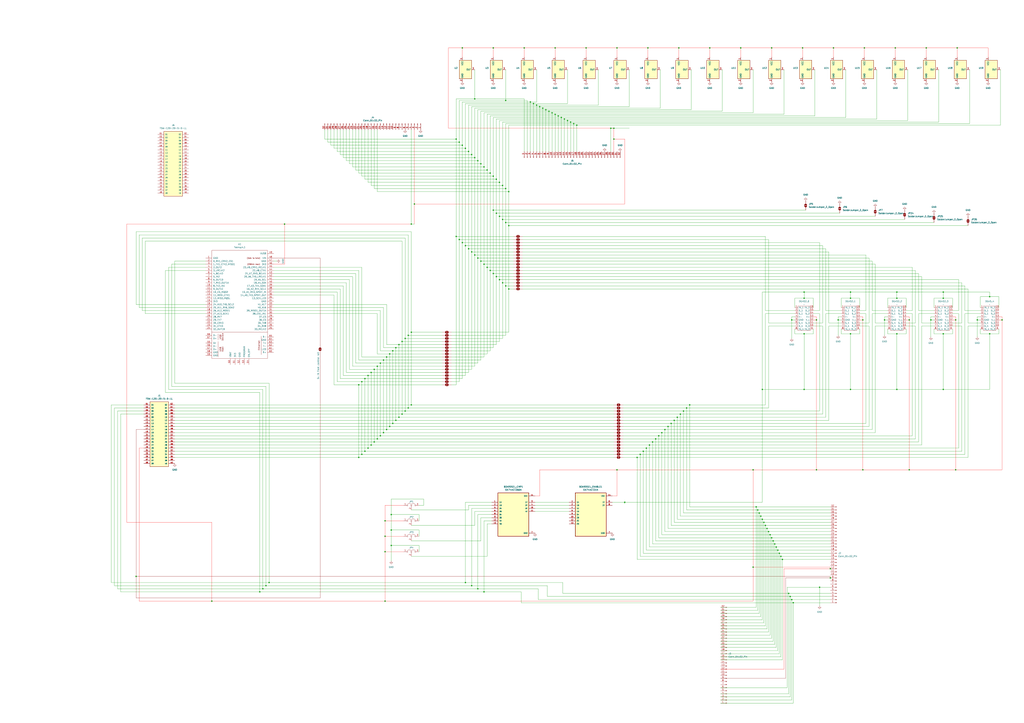
<source format=kicad_sch>
(kicad_sch (version 20231120) (generator "eeschema") (generator_version "8.0")
  (paper "A1")
  (junction (at 551.18 347.98))
  (junction (at 501.65 105.41))
  (junction (at 506.73 39.37))
  (junction (at 407.67 147.32))
  (junction (at 304.8 365.76))
  (junction (at 317.5 353.06))
  (junction (at 213.36 486.41))
  (junction (at 556.26 342.9))
  (junction (at 316.23 494.03))
  (junction (at 735.33 39.37))
  (junction (at 299.72 370.84))
  (junction (at 335.28 275.59))
  (junction (at 708.66 262.89))
  (junction (at 812.8 274.32))
  (junction (at 417.83 157.48))
  (junction (at 624.84 424.18))
  (junction (at 337.82 273.05))
  (junction (at 314.96 295.91))
  (junction (at 660.4 240.03))
  (junction (at 415.29 234.95))
  (junction (at 670.56 386.08))
  (junction (at 302.26 368.3))
  (junction (at 322.58 347.98))
  (junction (at 660.4 320.04))
  (junction (at 382.27 478.79))
  (junction (at 415.29 82.55))
  (junction (at 430.53 39.37))
  (junction (at 382.27 201.93))
  (junction (at 330.2 280.67))
  (junction (at 481.33 39.37))
  (junction (at 410.21 177.8))
  (junction (at 445.77 88.9))
  (junction (at 320.04 290.83))
  (junction (at 392.43 212.09))
  (junction (at 332.74 337.82))
  (junction (at 377.19 196.85))
  (junction (at 533.4 365.76))
  (junction (at 623.57 421.64))
  (junction (at 784.86 262.89))
  (junction (at 647.7 487.68))
  (junction (at 405.13 172.72))
  (junction (at 822.96 262.89))
  (junction (at 111.76 473.71))
  (junction (at 651.51 495.3))
  (junction (at 466.09 99.06))
  (junction (at 561.34 337.82))
  (junction (at 377.19 116.84))
  (junction (at 384.81 124.46))
  (junction (at 321.31 448.31))
  (junction (at 417.83 185.42))
  (junction (at 784.86 386.08))
  (junction (at 648.97 490.22))
  (junction (at 412.75 152.4))
  (junction (at 684.53 39.37))
  (junction (at 746.76 262.89))
  (junction (at 523.24 375.92))
  (junction (at 563.88 335.28))
  (junction (at 736.6 320.04))
  (junction (at 513.08 412.75))
  (junction (at 325.12 285.75))
  (junction (at 608.33 39.37))
  (junction (at 650.24 262.89))
  (junction (at 379.73 39.37))
  (junction (at 314.96 355.6))
  (junction (at 325.12 345.44))
  (junction (at 473.71 102.87))
  (junction (at 641.35 457.2))
  (junction (at 558.8 340.36))
  (junction (at 435.61 83.82))
  (junction (at 340.36 167.64))
  (junction (at 659.13 39.37))
  (junction (at 307.34 363.22))
  (junction (at 786.13 39.37))
  (junction (at 650.24 492.76))
  (junction (at 322.58 288.29))
  (junction (at 438.15 85.09))
  (junction (at 543.56 355.6))
  (junction (at 708.66 386.08))
  (junction (at 633.73 441.96))
  (junction (at 541.02 358.14))
  (junction (at 316.23 427.99))
  (junction (at 774.7 320.04))
  (junction (at 316.23 440.69))
  (junction (at 506.73 386.08))
  (junction (at 709.93 39.37))
  (junction (at 566.42 332.74))
  (junction (at 316.23 453.39))
  (junction (at 736.6 245.11))
  (junction (at 374.65 194.31))
  (junction (at 382.27 121.92))
  (junction (at 327.66 283.21))
  (junction (at 400.05 139.7))
  (junction (at 468.63 100.33))
  (junction (at 397.51 217.17))
  (junction (at 698.5 274.32))
  (junction (at 220.98 478.79))
  (junction (at 309.88 300.99))
  (junction (at 402.59 142.24))
  (junction (at 337.82 184.15))
  (junction (at 660.4 274.32))
  (junction (at 402.59 222.25))
  (junction (at 321.31 435.61))
  (junction (at 387.35 481.33))
  (junction (at 405.13 39.37))
  (junction (at 397.51 486.41))
  (junction (at 557.53 39.37))
  (junction (at 405.13 144.78))
  (junction (at 802.64 262.89))
  (junction (at 215.9 483.87))
  (junction (at 760.73 39.37))
  (junction (at 410.21 149.86))
  (junction (at 387.35 127))
  (junction (at 698.5 245.11))
  (junction (at 546.1 353.06))
  (junction (at 218.44 481.33))
  (junction (at 535.94 363.22))
  (junction (at 461.01 96.52))
  (junction (at 443.23 87.63))
  (junction (at 294.64 375.92))
  (junction (at 532.13 39.37))
  (junction (at 774.7 245.11))
  (junction (at 297.18 313.69))
  (junction (at 415.29 182.88))
  (junction (at 304.8 306.07))
  (junction (at 299.72 311.15))
  (junction (at 405.13 224.79))
  (junction (at 681.99 474.98))
  (junction (at 660.4 245.11))
  (junction (at 698.5 320.04))
  (junction (at 463.55 97.79))
  (junction (at 400.05 219.71))
  (junction (at 407.67 175.26))
  (junction (at 673.1 482.6))
  (junction (at 548.64 350.52))
  (junction (at 618.49 466.09))
  (junction (at 681.99 467.36))
  (junction (at 392.43 483.87))
  (junction (at 629.92 434.34))
  (junction (at 450.85 91.44))
  (junction (at 726.44 262.89))
  (junction (at 637.54 449.58))
  (junction (at 389.89 129.54))
  (junction (at 374.65 114.3))
  (junction (at 622.3 419.1))
  (junction (at 746.76 386.08))
  (junction (at 628.65 431.8))
  (junction (at 458.47 95.25))
  (junction (at 764.54 262.89))
  (junction (at 317.5 293.37))
  (junction (at 698.5 240.03))
  (junction (at 632.46 439.42))
  (junction (at 233.68 184.15))
  (junction (at 471.17 101.6))
  (junction (at 631.19 436.88))
  (junction (at 642.62 459.74))
  (junction (at 302.26 308.61))
  (junction (at 379.73 119.38))
  (junction (at 538.48 360.68))
  (junction (at 415.29 154.94))
  (junction (at 297.18 373.38))
  (junction (at 504.19 105.41))
  (junction (at 307.34 303.53))
  (junction (at 389.89 81.28))
  (junction (at 621.03 416.56))
  (junction (at 330.2 340.36))
  (junction (at 379.73 199.39))
  (junction (at 412.75 232.41))
  (junction (at 618.49 386.08))
  (junction (at 670.56 262.89))
  (junction (at 774.7 274.32))
  (junction (at 448.31 90.17))
  (junction (at 633.73 39.37))
  (junction (at 320.04 350.52))
  (junction (at 387.35 207.01))
  (junction (at 417.83 237.49))
  (junction (at 626.11 426.72))
  (junction (at 636.27 447.04))
  (junction (at 327.66 342.9))
  (junction (at 736.6 240.03))
  (junction (at 504.19 114.3))
  (junction (at 627.38 429.26))
  (junction (at 407.67 227.33))
  (junction (at 309.88 360.68))
  (junction (at 389.89 209.55))
  (junction (at 312.42 298.45))
  (junction (at 412.75 180.34))
  (junction (at 440.69 86.36))
  (junction (at 397.51 137.16))
  (junction (at 173.99 494.03))
  (junction (at 335.28 335.28))
  (junction (at 626.11 320.04))
  (junction (at 453.39 92.71))
  (junction (at 528.32 370.84))
  (junction (at 410.21 229.87))
  (junction (at 640.08 454.66))
  (junction (at 525.78 373.38))
  (junction (at 312.42 358.14))
  (junction (at 321.31 422.91))
  (junction (at 736.6 274.32))
  (junction (at 394.97 134.62))
  (junction (at 294.64 316.23))
  (junction (at 774.7 240.03))
  (junction (at 394.97 214.63))
  (junction (at 812.8 243.84))
  (junction (at 337.82 332.74))
  (junction (at 553.72 345.44))
  (junction (at 455.93 39.37))
  (junction (at 688.34 262.89))
  (junction (at 638.81 452.12))
  (junction (at 635 444.5))
  (junction (at 582.93 39.37))
  (junction (at 384.81 204.47))
  (junction (at 332.74 278.13))
  (junction (at 392.43 132.08))
  (junction (at 530.86 368.3))
  (junction (at 455.93 93.98))
  (wire (pts (xy 648.97 572.77) (xy 591.82 572.77)))
  (wire (pts (xy 764.54 260.35) (xy 764.54 262.89)))
  (wire (pts (xy 392.43 483.87) (xy 441.96 483.87)))
  (wire (pts (xy 792.48 255.27) (xy 792.48 234.95)))
  (wire (pts (xy 337.82 332.74) (xy 504.19 332.74)))
  (wire (pts (xy 327.66 342.9) (xy 504.19 342.9)))
  (wire (pts (xy 746.76 260.35) (xy 744.22 260.35)) (stroke (width 0) (color 255 0 0 1)))
  (wire (pts (xy 224.79 234.95) (xy 281.94 234.95)))
  (wire (pts (xy 802.64 260.35) (xy 802.64 262.89)))
  (wire (pts (xy 309.88 257.81) (xy 309.88 290.83)))
  (wire (pts (xy 681.99 482.6) (xy 673.1 482.6)))
  (wire (pts (xy 289.56 300.99) (xy 309.88 300.99)))
  (wire (pts (xy 618.49 466.09) (xy 618.49 494.03)) (stroke (width 0) (color 255 0 0 1)))
  (wire (pts (xy 439.42 412.75) (xy 467.36 412.75)))
  (wire (pts (xy 822.96 386.08) (xy 822.96 262.89)) (stroke (width 0) (color 255 0 0 1)))
  (wire (pts (xy 304.8 306.07) (xy 363.22 306.07)))
  (wire (pts (xy 668.02 255.27) (xy 673.1 255.27)))
  (wire (pts (xy 309.88 290.83) (xy 320.04 290.83)))
  (wire (pts (xy 370.84 278.13) (xy 412.75 278.13)))
  (wire (pts (xy 340.36 167.64) (xy 340.36 184.15)) (stroke (width 0) (color 255 0 0 1)))
  (wire (pts (xy 119.38 257.81) (xy 168.91 257.81)))
  (wire (pts (xy 173.99 494.03) (xy 173.99 429.26)) (stroke (width 0) (color 255 0 0 1)))
  (wire (pts (xy 681.99 473.71) (xy 681.99 474.98)) (stroke (width 0) (color 132 0 0 1)))
  (wire (pts (xy 307.34 363.22) (xy 504.19 363.22)))
  (wire (pts (xy 751.84 267.97) (xy 751.84 360.68)))
  (wire (pts (xy 736.6 274.32) (xy 744.22 274.32)))
  (wire (pts (xy 370.84 311.15) (xy 379.73 311.15)))
  (wire (pts (xy 673.1 255.27) (xy 673.1 199.39)))
  (wire (pts (xy 670.56 260.35) (xy 670.56 262.89)) (stroke (width 0) (color 255 0 0 1)))
  (wire (pts (xy 224.79 240.03) (xy 276.86 240.03)))
  (wire (pts (xy 143.51 350.52) (xy 320.04 350.52)))
  (wire (pts (xy 650.24 575.31) (xy 650.24 492.76)))
  (wire (pts (xy 429.26 196.85) (xy 631.19 196.85)))
  (wire (pts (xy 332.74 278.13) (xy 332.74 195.58)))
  (wire (pts (xy 764.54 262.89) (xy 767.08 262.89)))
  (wire (pts (xy 276.86 313.69) (xy 297.18 313.69)))
  (wire (pts (xy 551.18 347.98) (xy 551.18 431.8)))
  (wire (pts (xy 387.35 87.63) (xy 387.35 127)))
  (wire (pts (xy 407.67 147.32) (xy 407.67 175.26)))
  (wire (pts (xy 279.4 311.15) (xy 299.72 311.15)))
  (wire (pts (xy 629.92 516.89) (xy 629.92 434.34)))
  (wire (pts (xy 143.51 342.9) (xy 327.66 342.9)))
  (wire (pts (xy 535.94 363.22) (xy 535.94 447.04)))
  (wire (pts (xy 805.18 265.43) (xy 795.02 265.43)))
  (wire (pts (xy 400.05 93.98) (xy 400.05 139.7)))
  (wire (pts (xy 735.33 39.37) (xy 760.73 39.37)) (stroke (width 0) (color 255 0 0 1)))
  (wire (pts (xy 218.44 317.5) (xy 218.44 481.33)))
  (wire (pts (xy 548.64 350.52) (xy 713.74 350.52)))
  (wire (pts (xy 430.53 39.37) (xy 455.93 39.37)) (stroke (width 0) (color 255 0 0 1)))
  (wire (pts (xy 504.19 114.3) (xy 504.19 124.46)) (stroke (width 0) (color 255 0 0 1)))
  (wire (pts (xy 471.17 101.6) (xy 471.17 124.46)))
  (wire (pts (xy 429.26 194.31) (xy 628.65 194.31)))
  (wire (pts (xy 281.94 308.61) (xy 302.26 308.61)))
  (wire (pts (xy 746.76 386.08) (xy 746.76 262.89)) (stroke (width 0) (color 255 0 0 1)))
  (wire (pts (xy 438.15 85.09) (xy 382.27 85.09)))
  (wire (pts (xy 111.76 250.19) (xy 168.91 250.19)))
  (wire (pts (xy 397.51 486.41) (xy 397.51 427.99)))
  (wire (pts (xy 405.13 96.52) (xy 405.13 144.78)))
  (wire (pts (xy 317.5 283.21) (xy 327.66 283.21)))
  (wire (pts (xy 421.64 229.87) (xy 410.21 229.87)))
  (wire (pts (xy 370.84 300.99) (xy 389.89 300.99)))
  (wire (pts (xy 556.26 342.9) (xy 556.26 426.72)))
  (wire (pts (xy 767.08 245.11) (xy 774.7 245.11)))
  (wire (pts (xy 335.28 193.04) (xy 114.3 193.04)))
  (wire (pts (xy 421.64 217.17) (xy 397.51 217.17)))
  (wire (pts (xy 441.96 483.87) (xy 441.96 492.76)))
  (wire (pts (xy 400.05 457.2) (xy 400.05 430.53)))
  (wire (pts (xy 337.82 273.05) (xy 337.82 190.5)))
  (wire (pts (xy 392.43 212.09) (xy 392.43 298.45)))
  (wire (pts (xy 632.46 521.97) (xy 632.46 439.42)))
  (wire (pts (xy 337.82 273.05) (xy 363.22 273.05)))
  (wire (pts (xy 344.17 422.91) (xy 321.31 422.91)))
  (wire (pts (xy 312.42 298.45) (xy 312.42 358.14)))
  (wire (pts (xy 745.49 99.06) (xy 466.09 99.06)))
  (wire (pts (xy 316.23 440.69) (xy 331.47 440.69)) (stroke (width 0) (color 255 0 0 1)))
  (wire (pts (xy 317.5 353.06) (xy 504.19 353.06)))
  (wire (pts (xy 624.84 506.73) (xy 591.82 506.73)))
  (wire (pts (xy 770.89 57.15) (xy 770.89 100.33)))
  (wire (pts (xy 96.52 337.82) (xy 118.11 337.82)))
  (wire (pts (xy 99.06 486.41) (xy 99.06 340.36)))
  (wire (pts (xy 548.64 350.52) (xy 548.64 434.34)))
  (wire (pts (xy 379.73 199.39) (xy 379.73 311.15)))
  (wire (pts (xy 370.84 316.23) (xy 374.65 316.23)))
  (wire (pts (xy 287.02 106.68) (xy 287.02 134.62)))
  (wire (pts (xy 412.75 180.34) (xy 742.95 180.34)))
  (wire (pts (xy 215.9 483.87) (xy 392.43 483.87)))
  (wire (pts (xy 690.88 274.32) (xy 698.5 274.32)))
  (wire (pts (xy 820.42 262.89) (xy 822.96 262.89)) (stroke (width 0) (color 255 0 0 1)))
  (wire (pts (xy 405.13 144.78) (xy 405.13 172.72)))
  (wire (pts (xy 412.75 100.33) (xy 412.75 152.4)))
  (wire (pts (xy 421.64 214.63) (xy 394.97 214.63)))
  (wire (pts (xy 279.4 127) (xy 387.35 127)))
  (wire (pts (xy 711.2 255.27) (xy 711.2 209.55)))
  (wire (pts (xy 377.19 82.55) (xy 415.29 82.55)))
  (wire (pts (xy 370.84 293.37) (xy 397.51 293.37)))
  (wire (pts (xy 690.88 252.73) (xy 690.88 245.11)))
  (wire (pts (xy 410.21 149.86) (xy 410.21 177.8)))
  (wire (pts (xy 638.81 452.12) (xy 681.99 452.12)))
  (wire (pts (xy 274.32 242.57) (xy 274.32 316.23)))
  (wire (pts (xy 784.86 386.08) (xy 784.86 262.89)) (stroke (width 0) (color 255 0 0 1)))
  (wire (pts (xy 645.16 557.53) (xy 645.16 474.98)) (stroke (width 0) (color 132 0 0 1)))
  (wire (pts (xy 309.88 300.99) (xy 363.22 300.99)))
  (wire (pts (xy 429.26 232.41) (xy 789.94 232.41)))
  (wire (pts (xy 745.49 57.15) (xy 745.49 99.06)))
  (wire (pts (xy 708.66 260.35) (xy 708.66 262.89)) (stroke (width 0) (color 255 0 0 1)))
  (wire (pts (xy 410.21 177.8) (xy 718.82 177.8)))
  (wire (pts (xy 302.26 368.3) (xy 504.19 368.3)))
  (wire (pts (xy 622.3 501.65) (xy 591.82 501.65)))
  (wire (pts (xy 553.72 345.44) (xy 680.72 345.44)))
  (wire (pts (xy 530.86 368.3) (xy 511.81 368.3)))
  (wire (pts (xy 513.08 414.02) (xy 513.08 412.75)))
  (wire (pts (xy 792.48 257.81) (xy 792.48 373.38)))
  (wire (pts (xy 491.49 86.36) (xy 440.69 86.36)))
  (wire (pts (xy 668.02 267.97) (xy 675.64 267.97)))
  (wire (pts (xy 640.08 454.66) (xy 681.99 454.66)))
  (wire (pts (xy 370.84 298.45) (xy 392.43 298.45)))
  (wire (pts (xy 304.8 365.76) (xy 504.19 365.76)))
  (wire (pts (xy 558.8 424.18) (xy 624.84 424.18)))
  (wire (pts (xy 443.23 407.67) (xy 439.42 407.67)) (stroke (width 0) (color 255 0 0 1)))
  (wire (pts (xy 631.19 519.43) (xy 591.82 519.43)))
  (wire (pts (xy 294.64 295.91) (xy 314.96 295.91)))
  (wire (pts (xy 646.43 565.15) (xy 646.43 482.6)))
  (wire (pts (xy 631.19 267.97) (xy 631.19 335.28)))
  (wire (pts (xy 582.93 39.37) (xy 608.33 39.37)) (stroke (width 0) (color 255 0 0 1)))
  (wire (pts (xy 511.81 332.74) (xy 566.42 332.74)))
  (wire (pts (xy 706.12 274.32) (xy 706.12 270.51)))
  (wire (pts (xy 430.53 81.28) (xy 430.53 124.46)))
  (wire (pts (xy 557.53 39.37) (xy 557.53 46.99)) (stroke (width 0) (color 255 0 0 1)))
  (wire (pts (xy 774.7 274.32) (xy 774.7 320.04)))
  (wire (pts (xy 421.64 199.39) (xy 379.73 199.39)))
  (wire (pts (xy 624.84 424.18) (xy 681.99 424.18)))
  (wire (pts (xy 684.53 39.37) (xy 709.93 39.37)) (stroke (width 0) (color 255 0 0 1)))
  (wire (pts (xy 429.26 199.39) (xy 673.1 199.39)))
  (wire (pts (xy 374.65 114.3) (xy 374.65 194.31)))
  (wire (pts (xy 556.26 426.72) (xy 626.11 426.72)))
  (wire (pts (xy 635 527.05) (xy 635 444.5)))
  (wire (pts (xy 284.48 232.41) (xy 284.48 306.07)))
  (wire (pts (xy 397.51 217.17) (xy 397.51 293.37)))
  (wire (pts (xy 384.81 415.29) (xy 403.86 415.29)))
  (wire (pts (xy 513.08 412.75) (xy 502.92 412.75)))
  (wire (pts (xy 805.18 260.35) (xy 802.64 260.35)))
  (wire (pts (xy 511.81 347.98) (xy 551.18 347.98)))
  (wire (pts (xy 466.09 99.06) (xy 466.09 124.46)))
  (wire (pts (xy 405.13 39.37) (xy 405.13 46.99)) (stroke (width 0) (color 255 0 0 1)))
  (wire (pts (xy 138.43 219.71) (xy 168.91 219.71)))
  (wire (pts (xy 530.86 368.3) (xy 787.4 368.3)))
  (wire (pts (xy 387.35 417.83) (xy 403.86 417.83)))
  (wire (pts (xy 143.51 365.76) (xy 304.8 365.76)))
  (wire (pts (xy 370.84 313.69) (xy 377.19 313.69)))
  (wire (pts (xy 782.32 265.43) (xy 789.94 265.43)))
  (wire (pts (xy 553.72 429.26) (xy 627.38 429.26)))
  (wire (pts (xy 384.81 204.47) (xy 384.81 306.07)))
  (wire (pts (xy 626.11 509.27) (xy 591.82 509.27)))
  (wire (pts (xy 435.61 83.82) (xy 379.73 83.82)))
  (wire (pts (xy 297.18 144.78) (xy 405.13 144.78)))
  (wire (pts (xy 651.51 495.3) (xy 681.99 495.3)))
  (wire (pts (xy 294.64 142.24) (xy 402.59 142.24)))
  (wire (pts (xy 220.98 314.96) (xy 220.98 478.79)))
  (wire (pts (xy 233.68 217.17) (xy 224.79 217.17)) (stroke (width 0) (color 255 0 0 1)))
  (wire (pts (xy 389.89 57.15) (xy 389.89 81.28)))
  (wire (pts (xy 421.64 204.47) (xy 384.81 204.47)))
  (wire (pts (xy 618.49 386.08) (xy 670.56 386.08)) (stroke (width 0) (color 255 0 0 1)))
  (wire (pts (xy 143.51 358.14) (xy 312.42 358.14)))
  (wire (pts (xy 735.33 39.37) (xy 735.33 46.99)) (stroke (width 0) (color 255 0 0 1)))
  (wire (pts (xy 802.64 262.89) (xy 805.18 262.89)))
  (wire (pts (xy 377.19 196.85) (xy 377.19 313.69)))
  (wire (pts (xy 370.84 295.91) (xy 394.97 295.91)))
  (wire (pts (xy 116.84 195.58) (xy 116.84 255.27)))
  (wire (pts (xy 795.02 237.49) (xy 795.02 265.43)))
  (wire (pts (xy 213.36 322.58) (xy 213.36 486.41)))
  (wire (pts (xy 648.97 490.22) (xy 681.99 490.22)))
  (wire (pts (xy 91.44 478.79) (xy 91.44 332.74)))
  (wire (pts (xy 627.38 511.81) (xy 627.38 429.26)))
  (wire (pts (xy 382.27 412.75) (xy 403.86 412.75)))
  (wire (pts (xy 642.62 542.29) (xy 642.62 459.74)))
  (wire (pts (xy 316.23 427.99) (xy 316.23 440.69)) (stroke (width 0) (color 255 0 0 1)))
  (wire (pts (xy 143.51 214.63) (xy 143.51 314.96)))
  (wire (pts (xy 321.31 410.21) (xy 321.31 422.91)))
  (wire (pts (xy 756.92 267.97) (xy 756.92 365.76)))
  (wire (pts (xy 322.58 288.29) (xy 322.58 347.98)))
  (wire (pts (xy 337.82 431.8) (xy 389.89 431.8)))
  (wire (pts (xy 304.8 106.68) (xy 304.8 152.4)))
  (wire (pts (xy 770.89 100.33) (xy 468.63 100.33)))
  (wire (pts (xy 502.92 407.67) (xy 506.73 407.67)) (stroke (width 0) (color 255 0 0 1)))
  (wire (pts (xy 314.96 295.91) (xy 314.96 355.6)))
  (wire (pts (xy 276.86 240.03) (xy 276.86 313.69)))
  (wire (pts (xy 405.13 224.79) (xy 405.13 285.75)))
  (wire (pts (xy 511.81 358.14) (xy 541.02 358.14)))
  (wire (pts (xy 642.62 459.74) (xy 681.99 459.74)))
  (wire (pts (xy 337.82 190.5) (xy 111.76 190.5)))
  (wire (pts (xy 116.84 255.27) (xy 168.91 255.27)))
  (wire (pts (xy 314.96 285.75) (xy 325.12 285.75)))
  (wire (pts (xy 297.18 313.69) (xy 297.18 373.38)))
  (wire (pts (xy 669.29 95.25) (xy 458.47 95.25)))
  (wire (pts (xy 706.12 262.89) (xy 708.66 262.89)) (stroke (width 0) (color 255 0 0 1)))
  (wire (pts (xy 805.18 267.97) (xy 795.02 267.97)))
  (wire (pts (xy 593.09 91.44) (xy 450.85 91.44)))
  (wire (pts (xy 767.08 270.51) (xy 767.08 274.32)))
  (wire (pts (xy 320.04 290.83) (xy 363.22 290.83)))
  (wire (pts (xy 292.1 224.79) (xy 292.1 298.45)))
  (wire (pts (xy 114.3 252.73) (xy 168.91 252.73)))
  (wire (pts (xy 421.64 194.31) (xy 374.65 194.31)))
  (wire (pts (xy 690.88 260.35) (xy 688.34 260.35)))
  (wire (pts (xy 633.73 39.37) (xy 659.13 39.37)) (stroke (width 0) (color 255 0 0 1)))
  (wire (pts (xy 114.3 193.04) (xy 114.3 252.73)))
  (wire (pts (xy 382.27 412.75) (xy 382.27 478.79)))
  (wire (pts (xy 111.76 353.06) (xy 118.11 353.06)) (stroke (width 0) (color 132 0 0 1)))
  (wire (pts (xy 312.42 288.29) (xy 322.58 288.29)))
  (wire (pts (xy 543.56 355.6) (xy 543.56 439.42)))
  (wire (pts (xy 802.64 262.89) (xy 802.64 276.86)))
  (wire (pts (xy 786.13 39.37) (xy 786.13 46.99)) (stroke (width 0) (color 255 0 0 1)))
  (wire (pts (xy 224.79 232.41) (xy 284.48 232.41)))
  (wire (pts (xy 304.8 152.4) (xy 412.75 152.4)))
  (wire (pts (xy 659.13 39.37) (xy 684.53 39.37)) (stroke (width 0) (color 255 0 0 1)))
  (wire (pts (xy 528.32 370.84) (xy 528.32 454.66)))
  (wire (pts (xy 690.88 257.81) (xy 678.18 257.81)))
  (wire (pts (xy 822.96 260.35) (xy 822.96 262.89)) (stroke (width 0) (color 255 0 0 1)))
  (wire (pts (xy 224.79 257.81) (xy 309.88 257.81)))
  (wire (pts (xy 673.1 257.81) (xy 673.1 337.82)))
  (wire (pts (xy 93.98 481.33) (xy 218.44 481.33)))
  (wire (pts (xy 623.57 421.64) (xy 681.99 421.64)))
  (wire (pts (xy 812.8 274.32) (xy 820.42 274.32)))
  (wire (pts (xy 389.89 81.28) (xy 430.53 81.28)))
  (wire (pts (xy 344.17 448.31) (xy 321.31 448.31)))
  (wire (pts (xy 143.51 214.63) (xy 168.91 214.63)))
  (wire (pts (xy 796.29 101.6) (xy 471.17 101.6)))
  (wire (pts (xy 429.26 212.09) (xy 713.74 212.09)))
  (wire (pts (xy 491.49 57.15) (xy 491.49 86.36)))
  (wire (pts (xy 439.42 415.29) (xy 467.36 415.29)))
  (wire (pts (xy 438.15 85.09) (xy 438.15 124.46)))
  (wire (pts (xy 628.65 514.35) (xy 591.82 514.35)))
  (wire (pts (xy 713.74 265.43) (xy 713.74 212.09)))
  (wire (pts (xy 506.73 39.37) (xy 532.13 39.37)) (stroke (width 0) (color 255 0 0 1)))
  (wire (pts (xy 504.19 105.41) (xy 516.89 105.41)))
  (wire (pts (xy 648.97 572.77) (xy 648.97 490.22)))
  (wire (pts (xy 647.7 570.23) (xy 591.82 570.23)))
  (wire (pts (xy 720.09 97.79) (xy 463.55 97.79)))
  (wire (pts (xy 637.54 532.13) (xy 637.54 449.58)))
  (wire (pts (xy 266.7 106.68) (xy 266.7 114.3)))
  (wire (pts (xy 561.34 421.64) (xy 623.57 421.64)))
  (wire (pts (xy 746.76 260.35) (xy 746.76 262.89)) (stroke (width 0) (color 255 0 0 1)))
  (wire (pts (xy 784.86 260.35) (xy 782.32 260.35)) (stroke (width 0) (color 255 0 0 1)))
  (wire (pts (xy 624.84 506.73) (xy 624.84 424.18)))
  (wire (pts (xy 726.44 260.35) (xy 726.44 262.89)))
  (wire (pts (xy 445.77 88.9) (xy 445.77 124.46)))
  (wire (pts (xy 370.84 303.53) (xy 387.35 303.53)))
  (wire (pts (xy 645.16 474.98) (xy 681.99 474.98)) (stroke (width 0) (color 132 0 0 1)))
  (wire (pts (xy 720.09 57.15) (xy 720.09 97.79)))
  (wire (pts (xy 299.72 147.32) (xy 407.67 147.32)))
  (wire (pts (xy 302.26 308.61) (xy 302.26 368.3)))
  (wire (pts (xy 501.65 105.41) (xy 501.65 124.46)))
  (wire (pts (xy 660.4 274.32) (xy 660.4 320.04)))
  (wire (pts (xy 650.24 492.76) (xy 681.99 492.76)))
  (wire (pts (xy 224.79 229.87) (xy 287.02 229.87)))
  (wire (pts (xy 407.67 175.26) (xy 689.61 175.26)))
  (wire (pts (xy 805.18 274.32) (xy 812.8 274.32)))
  (wire (pts (xy 218.44 481.33) (xy 387.35 481.33)))
  (wire (pts (xy 728.98 252.73) (xy 728.98 245.11)))
  (wire (pts (xy 439.42 420.37) (xy 467.36 420.37)))
  (wire (pts (xy 389.89 431.8) (xy 389.89 420.37)))
  (wire (pts (xy 675.64 265.43) (xy 675.64 201.93)))
  (wire (pts (xy 561.34 337.82) (xy 561.34 421.64)))
  (wire (pts (xy 774.7 240.03) (xy 812.8 240.03)))
  (wire (pts (xy 774.7 320.04) (xy 812.8 320.04)))
  (wire (pts (xy 551.18 431.8) (xy 628.65 431.8)))
  (wire (pts (xy 427.99 486.41) (xy 427.99 495.3)))
  (wire (pts (xy 394.97 444.5) (xy 394.97 425.45)))
  (wire (pts (xy 618.49 466.09) (xy 681.99 466.09)) (stroke (width 0) (color 255 0 0 1)))
  (wire (pts (xy 337.82 184.15) (xy 340.36 184.15)))
  (wire (pts (xy 440.69 86.36) (xy 384.81 86.36)))
  (wire (pts (xy 448.31 90.17) (xy 448.31 124.46)))
  (wire (pts (xy 322.58 288.29) (xy 363.22 288.29)))
  (wire (pts (xy 292.1 106.68) (xy 292.1 139.7)))
  (wire (pts (xy 754.38 255.27) (xy 754.38 224.79)))
  (wire (pts (xy 652.78 270.51) (xy 652.78 274.32)))
  (wire (pts (xy 370.84 288.29) (xy 402.59 288.29)))
  (wire (pts (xy 99.06 340.36) (xy 118.11 340.36)))
  (wire (pts (xy 224.79 222.25) (xy 294.64 222.25)))
  (wire (pts (xy 412.75 152.4) (xy 412.75 180.34)))
  (wire (pts (xy 440.69 86.36) (xy 440.69 124.46)))
  (wire (pts (xy 439.42 417.83) (xy 467.36 417.83)))
  (wire (pts (xy 316.23 415.29) (xy 316.23 427.99)) (stroke (width 0) (color 255 0 0 1)))
  (wire (pts (xy 511.81 353.06) (xy 546.1 353.06)))
  (wire (pts (xy 698.5 274.32) (xy 706.12 274.32)))
  (wire (pts (xy 143.51 347.98) (xy 322.58 347.98)))
  (wire (pts (xy 397.51 486.41) (xy 427.99 486.41)))
  (wire (pts (xy 708.66 386.08) (xy 708.66 262.89)) (stroke (width 0) (color 255 0 0 1)))
  (wire (pts (xy 173.99 429.26) (xy 104.14 429.26)) (stroke (width 0) (color 255 0 0 1)))
  (wire (pts (xy 631.19 519.43) (xy 631.19 436.88)))
  (wire (pts (xy 660.4 245.11) (xy 668.02 245.11)))
  (wire (pts (xy 660.4 240.03) (xy 660.4 245.11)))
  (wire (pts (xy 330.2 280.67) (xy 330.2 340.36)))
  (wire (pts (xy 299.72 370.84) (xy 504.19 370.84)))
  (wire (pts (xy 435.61 83.82) (xy 435.61 124.46)))
  (wire (pts (xy 643.89 549.91) (xy 643.89 467.36)) (stroke (width 0) (color 255 0 0 1)))
  (wire (pts (xy 533.4 365.76) (xy 756.92 365.76)))
  (wire (pts (xy 557.53 39.37) (xy 582.93 39.37)) (stroke (width 0) (color 255 0 0 1)))
  (wire (pts (xy 532.13 39.37) (xy 557.53 39.37)) (stroke (width 0) (color 255 0 0 1)))
  (wire (pts (xy 443.23 87.63) (xy 387.35 87.63)))
  (wire (pts (xy 402.59 222.25) (xy 402.59 288.29)))
  (wire (pts (xy 143.51 337.82) (xy 332.74 337.82)))
  (wire (pts (xy 652.78 274.32) (xy 660.4 274.32)))
  (wire (pts (xy 511.81 350.52) (xy 548.64 350.52)))
  (wire (pts (xy 821.69 102.87) (xy 473.71 102.87)))
  (wire (pts (xy 415.29 182.88) (xy 767.08 182.88)))
  (wire (pts (xy 673.1 482.6) (xy 673.1 497.84)))
  (wire (pts (xy 387.35 127) (xy 387.35 207.01)))
  (wire (pts (xy 698.5 274.32) (xy 698.5 320.04)))
  (wire (pts (xy 636.27 529.59) (xy 591.82 529.59)))
  (wire (pts (xy 708.66 260.35) (xy 706.12 260.35)) (stroke (width 0) (color 255 0 0 1)))
  (wire (pts (xy 392.43 90.17) (xy 392.43 132.08)))
  (wire (pts (xy 805.18 257.81) (xy 792.48 257.81)))
  (wire (pts (xy 535.94 447.04) (xy 636.27 447.04)))
  (wire (pts (xy 337.82 184.15) (xy 233.68 184.15)) (stroke (width 0) (color 255 0 0 1)))
  (wire (pts (xy 660.4 320.04) (xy 698.5 320.04)))
  (wire (pts (xy 281.94 129.54) (xy 389.89 129.54)))
  (wire (pts (xy 647.7 487.68) (xy 681.99 487.68)))
  (wire (pts (xy 347.98 410.21) (xy 347.98 415.29)))
  (wire (pts (xy 511.81 345.44) (xy 553.72 345.44)))
  (wire (pts (xy 417.83 237.49) (xy 417.83 185.42)))
  (wire (pts (xy 402.59 95.25) (xy 402.59 142.24)))
  (wire (pts (xy 660.4 274.32) (xy 668.02 274.32)))
  (wire (pts (xy 335.28 275.59) (xy 363.22 275.59)))
  (wire (pts (xy 135.89 222.25) (xy 168.91 222.25)))
  (wire (pts (xy 481.33 39.37) (xy 481.33 46.99)) (stroke (width 0) (color 255 0 0 1)))
  (wire (pts (xy 407.67 227.33) (xy 407.67 283.21)))
  (wire (pts (xy 468.63 100.33) (xy 468.63 124.46)))
  (wire (pts (xy 370.84 275.59) (xy 415.29 275.59)))
  (wire (pts (xy 449.58 481.33) (xy 449.58 490.22)))
  (wire (pts (xy 668.02 260.35) (xy 670.56 260.35)) (stroke (width 0) (color 255 0 0 1)))
  (wire (pts (xy 320.04 350.52) (xy 504.19 350.52)))
  (wire (pts (xy 608.33 39.37) (xy 608.33 46.99)) (stroke (width 0) (color 255 0 0 1)))
  (wire (pts (xy 473.71 102.87) (xy 473.71 124.46)))
  (wire (pts (xy 307.34 303.53) (xy 363.22 303.53)))
  (wire (pts (xy 297.18 106.68) (xy 297.18 144.78)))
  (wire (pts (xy 749.3 257.81) (xy 749.3 358.14)))
  (wire (pts (xy 96.52 483.87) (xy 215.9 483.87)))
  (wire (pts (xy 641.35 457.2) (xy 681.99 457.2)))
  (wire (pts (xy 379.73 83.82) (xy 379.73 119.38)))
  (wire (pts (xy 281.94 234.95) (xy 281.94 308.61)))
  (wire (pts (xy 694.69 96.52) (xy 461.01 96.52)))
  (wire (pts (xy 421.64 222.25) (xy 402.59 222.25)))
  (wire (pts (xy 302.26 308.61) (xy 363.22 308.61)))
  (wire (pts (xy 104.14 184.15) (xy 233.68 184.15)) (stroke (width 0) (color 255 0 0 1)))
  (wire (pts (xy 370.84 283.21) (xy 407.67 283.21)))
  (wire (pts (xy 511.81 360.68) (xy 538.48 360.68)))
  (wire (pts (xy 668.02 257.81) (xy 673.1 257.81)))
  (wire (pts (xy 567.69 90.17) (xy 448.31 90.17)))
  (wire (pts (xy 415.29 234.95) (xy 415.29 182.88)))
  (wire (pts (xy 368.3 105.41) (xy 501.65 105.41)) (stroke (width 0) (color 255 0 0 1)))
  (wire (pts (xy 670.56 386.08) (xy 708.66 386.08)) (stroke (width 0) (color 255 0 0 1)))
  (wire (pts (xy 307.34 154.94) (xy 415.29 154.94)))
  (wire (pts (xy 322.58 347.98) (xy 504.19 347.98)))
  (wire (pts (xy 461.01 96.52) (xy 461.01 124.46)))
  (wire (pts (xy 421.64 219.71) (xy 400.05 219.71)))
  (wire (pts (xy 767.08 260.35) (xy 764.54 260.35)))
  (wire (pts (xy 525.78 457.2) (xy 641.35 457.2)))
  (wire (pts (xy 340.36 106.68) (xy 340.36 167.64)) (stroke (width 0) (color 255 0 0 1)))
  (wire (pts (xy 718.82 265.43) (xy 718.82 217.17)))
  (wire (pts (xy 299.72 106.68) (xy 299.72 147.32)))
  (wire (pts (xy 287.02 134.62) (xy 394.97 134.62)))
  (wire (pts (xy 626.11 240.03) (xy 660.4 240.03)))
  (wire (pts (xy 623.57 504.19) (xy 623.57 421.64)))
  (wire (pts (xy 668.02 262.89) (xy 670.56 262.89)) (stroke (width 0) (color 255 0 0 1)))
  (wire (pts (xy 706.12 245.11) (xy 706.12 252.73)))
  (wire (pts (xy 736.6 240.03) (xy 774.7 240.03)))
  (wire (pts (xy 337.82 273.05) (xy 337.82 332.74)))
  (wire (pts (xy 440.69 83.82) (xy 435.61 83.82)))
  (wire (pts (xy 627.38 511.81) (xy 591.82 511.81)))
  (wire (pts (xy 659.13 39.37) (xy 659.13 46.99)) (stroke (width 0) (color 255 0 0 1)))
  (wire (pts (xy 344.17 448.31) (xy 344.17 453.39)))
  (wire (pts (xy 678.18 257.81) (xy 678.18 342.9)))
  (wire (pts (xy 262.89 290.83) (xy 262.89 491.49)) (stroke (width 0) (color 132 0 0 1)))
  (wire (pts (xy 523.24 375.92) (xy 523.24 459.74)))
  (wire (pts (xy 143.51 375.92) (xy 294.64 375.92)))
  (wire (pts (xy 405.13 172.72) (xy 661.67 172.72)))
  (wire (pts (xy 309.88 300.99) (xy 309.88 360.68)))
  (wire (pts (xy 811.53 39.37) (xy 811.53 46.99)) (stroke (width 0) (color 255 0 0 1)))
  (wire (pts (xy 394.97 214.63) (xy 394.97 295.91)))
  (wire (pts (xy 382.27 121.92) (xy 382.27 201.93)))
  (wire (pts (xy 764.54 262.89) (xy 764.54 276.86)))
  (wire (pts (xy 690.88 245.11) (xy 698.5 245.11)))
  (wire (pts (xy 622.3 419.1) (xy 681.99 419.1)))
  (wire (pts (xy 728.98 245.11) (xy 736.6 245.11)))
  (wire (pts (xy 637.54 449.58) (xy 681.99 449.58)))
  (wire (pts (xy 224.79 237.49) (xy 279.4 237.49)))
  (wire (pts (xy 427.99 495.3) (xy 651.51 495.3)))
  (wire (pts (xy 269.24 106.68) (xy 269.24 116.84)))
  (wire (pts (xy 774.7 274.32) (xy 782.32 274.32)))
  (wire (pts (xy 633.73 441.96) (xy 681.99 441.96)))
  (wire (pts (xy 405.13 172.72) (xy 405.13 224.79)))
  (wire (pts (xy 429.26 234.95) (xy 792.48 234.95)))
  (wire (pts (xy 784.86 386.08) (xy 822.96 386.08)) (stroke (width 0) (color 255 0 0 1)))
  (wire (pts (xy 429.26 204.47) (xy 678.18 204.47)))
  (wire (pts (xy 642.62 542.29) (xy 591.82 542.29)))
  (wire (pts (xy 641.35 539.75) (xy 591.82 539.75)))
  (wire (pts (xy 466.09 57.15) (xy 466.09 85.09)))
  (wire (pts (xy 805.18 270.51) (xy 805.18 274.32)))
  (wire (pts (xy 541.02 441.96) (xy 633.73 441.96)))
  (wire (pts (xy 635 444.5) (xy 681.99 444.5)))
  (wire (pts (xy 643.89 57.15) (xy 643.89 93.98)))
  (wire (pts (xy 651.51 577.85) (xy 591.82 577.85)))
  (wire (pts (xy 421.64 201.93) (xy 382.27 201.93)))
  (wire (pts (xy 789.94 267.97) (xy 789.94 370.84)))
  (wire (pts (xy 433.07 82.55) (xy 433.07 124.46)))
  (wire (pts (xy 650.24 260.35) (xy 650.24 262.89)))
  (wire (pts (xy 618.49 57.15) (xy 618.49 92.71)))
  (wire (pts (xy 680.72 265.43) (xy 680.72 207.01)))
  (wire (pts (xy 316.23 415.29) (xy 331.47 415.29)) (stroke (width 0) (color 255 0 0 1)))
  (wire (pts (xy 706.12 257.81) (xy 711.2 257.81)))
  (wire (pts (xy 274.32 121.92) (xy 382.27 121.92)))
  (wire (pts (xy 317.5 293.37) (xy 317.5 353.06)))
  (wire (pts (xy 767.08 257.81) (xy 754.38 257.81)))
  (wire (pts (xy 415.29 57.15) (xy 415.29 82.55)))
  (wire (pts (xy 337.82 444.5) (xy 394.97 444.5)))
  (wire (pts (xy 525.78 373.38) (xy 511.81 373.38)))
  (wire (pts (xy 389.89 129.54) (xy 389.89 209.55)))
  (wire (pts (xy 751.84 265.43) (xy 751.84 222.25)))
  (wire (pts (xy 513.08 114.3) (xy 504.19 114.3)) (stroke (width 0) (color 255 0 0 1)))
  (wire (pts (xy 651.51 577.85) (xy 651.51 495.3)))
  (wire (pts (xy 312.42 298.45) (xy 363.22 298.45)))
  (wire (pts (xy 744.22 270.51) (xy 744.22 274.32)))
  (wire (pts (xy 368.3 39.37) (xy 368.3 105.41)) (stroke (width 0) (color 255 0 0 1)))
  (wire (pts (xy 330.2 280.67) (xy 363.22 280.67)))
  (wire (pts (xy 805.18 252.73) (xy 805.18 243.84)))
  (wire (pts (xy 631.19 265.43) (xy 631.19 196.85)))
  (wire (pts (xy 633.73 39.37) (xy 633.73 46.99)) (stroke (width 0) (color 255 0 0 1)))
  (wire (pts (xy 374.65 194.31) (xy 374.65 316.23)))
  (wire (pts (xy 269.24 116.84) (xy 377.19 116.84)))
  (wire (pts (xy 379.73 119.38) (xy 379.73 199.39)))
  (wire (pts (xy 561.34 337.82) (xy 673.1 337.82)))
  (wire (pts (xy 670.56 262.89) (xy 670.56 386.08)) (stroke (width 0) (color 255 0 0 1)))
  (wire (pts (xy 660.4 240.03) (xy 698.5 240.03)))
  (wire (pts (xy 347.98 415.29) (xy 344.17 415.29)))
  (wire (pts (xy 690.88 267.97) (xy 680.72 267.97)))
  (wire (pts (xy 397.51 427.99) (xy 403.86 427.99)))
  (wire (pts (xy 532.13 39.37) (xy 532.13 46.99)) (stroke (width 0) (color 255 0 0 1)))
  (wire (pts (xy 563.88 335.28) (xy 631.19 335.28)))
  (wire (pts (xy 440.69 57.15) (xy 440.69 83.82)))
  (wire (pts (xy 138.43 320.04) (xy 215.9 320.04)))
  (wire (pts (xy 767.08 265.43) (xy 756.92 265.43)))
  (wire (pts (xy 821.69 57.15) (xy 821.69 102.87)))
  (wire (pts (xy 636.27 529.59) (xy 636.27 447.04)))
  (wire (pts (xy 143.51 353.06) (xy 317.5 353.06)))
  (wire (pts (xy 744.22 267.97) (xy 751.84 267.97)))
  (wire (pts (xy 421.64 207.01) (xy 387.35 207.01)))
  (wire (pts (xy 307.34 106.68) (xy 307.34 154.94)))
  (wire (pts (xy 680.72 267.97) (xy 680.72 345.44)))
  (wire (pts (xy 389.89 209.55) (xy 389.89 300.99)))
  (wire (pts (xy 417.83 157.48) (xy 417.83 185.42)))
  (wire (pts (xy 782.32 255.27) (xy 787.4 255.27)))
  (wire (pts (xy 563.88 335.28) (xy 563.88 419.1)))
  (wire (pts (xy 377.19 116.84) (xy 377.19 196.85)))
  (wire (pts (xy 224.79 214.63) (xy 227.33 214.63)))
  (wire (pts (xy 335.28 335.28) (xy 504.19 335.28)))
  (wire (pts (xy 382.27 478.79) (xy 462.28 478.79)))
  (wire (pts (xy 111.76 491.49) (xy 262.89 491.49)) (stroke (width 0) (color 132 0 0 1)))
  (wire (pts (xy 694.69 57.15) (xy 694.69 96.52)))
  (wire (pts (xy 421.64 234.95) (xy 415.29 234.95)))
  (wire (pts (xy 506.73 386.08) (xy 443.23 386.08)) (stroke (width 0) (color 255 0 0 1)))
  (wire (pts (xy 458.47 95.25) (xy 402.59 95.25)))
  (wire (pts (xy 93.98 481.33) (xy 93.98 335.28)))
  (wire (pts (xy 224.79 219.71) (xy 297.18 219.71)))
  (wire (pts (xy 471.17 101.6) (xy 415.29 101.6)))
  (wire (pts (xy 650.24 262.89) (xy 652.78 262.89)))
  (wire (pts (xy 582.93 39.37) (xy 582.93 46.99)) (stroke (width 0) (color 255 0 0 1)))
  (wire (pts (xy 652.78 257.81) (xy 628.65 257.81)))
  (wire (pts (xy 140.97 317.5) (xy 218.44 317.5)))
  (wire (pts (xy 421.64 224.79) (xy 405.13 224.79)))
  (wire (pts (xy 370.84 285.75) (xy 405.13 285.75)))
  (wire (pts (xy 143.51 355.6) (xy 314.96 355.6)))
  (wire (pts (xy 382.27 85.09) (xy 382.27 121.92)))
  (wire (pts (xy 297.18 313.69) (xy 363.22 313.69)))
  (wire (pts (xy 287.02 303.53) (xy 307.34 303.53)))
  (wire (pts (xy 389.89 81.28) (xy 374.65 81.28)))
  (wire (pts (xy 782.32 257.81) (xy 787.4 257.81)))
  (wire (pts (xy 111.76 473.71) (xy 681.99 473.71)) (stroke (width 0) (color 132 0 0 1)))
  (wire (pts (xy 271.78 106.68) (xy 271.78 119.38)))
  (wire (pts (xy 292.1 298.45) (xy 312.42 298.45)))
  (wire (pts (xy 538.48 444.5) (xy 635 444.5)))
  (wire (pts (xy 143.51 340.36) (xy 330.2 340.36)))
  (wire (pts (xy 111.76 473.71) (xy 111.76 353.06)) (stroke (width 0) (color 132 0 0 1)))
  (wire (pts (xy 415.29 154.94) (xy 415.29 182.88)))
  (wire (pts (xy 640.08 537.21) (xy 591.82 537.21)))
  (wire (pts (xy 688.34 262.89) (xy 690.88 262.89)))
  (wire (pts (xy 461.01 96.52) (xy 405.13 96.52)))
  (wire (pts (xy 450.85 91.44) (xy 450.85 124.46)))
  (wire (pts (xy 455.93 39.37) (xy 481.33 39.37)) (stroke (width 0) (color 255 0 0 1)))
  (wire (pts (xy 224.79 252.73) (xy 314.96 252.73)))
  (wire (pts (xy 344.17 435.61) (xy 344.17 440.69)))
  (wire (pts (xy 749.3 255.27) (xy 749.3 219.71)))
  (wire (pts (xy 511.81 337.82) (xy 561.34 337.82)))
  (wire (pts (xy 143.51 368.3) (xy 302.26 368.3)))
  (wire (pts (xy 215.9 320.04) (xy 215.9 483.87)))
  (wire (pts (xy 392.43 422.91) (xy 392.43 483.87)))
  (wire (pts (xy 706.12 265.43) (xy 713.74 265.43)))
  (wire (pts (xy 429.26 207.01) (xy 680.72 207.01)))
  (wire (pts (xy 312.42 255.27) (xy 312.42 288.29)))
  (wire (pts (xy 224.79 242.57) (xy 274.32 242.57)))
  (wire (pts (xy 473.71 102.87) (xy 417.83 102.87)))
  (wire (pts (xy 736.6 245.11) (xy 744.22 245.11)))
  (wire (pts (xy 767.08 274.32) (xy 774.7 274.32)))
  (wire (pts (xy 274.32 316.23) (xy 294.64 316.23)))
  (wire (pts (xy 511.81 375.92) (xy 523.24 375.92)))
  (wire (pts (xy 528.32 370.84) (xy 789.94 370.84)))
  (wire (pts (xy 645.16 557.53) (xy 591.82 557.53)) (stroke (width 0) (color 132 0 0 1)))
  (wire (pts (xy 822.96 260.35) (xy 820.42 260.35)) (stroke (width 0) (color 255 0 0 1)))
  (wire (pts (xy 782.32 245.11) (xy 782.32 252.73)))
  (wire (pts (xy 726.44 262.89) (xy 726.44 275.59)))
  (wire (pts (xy 458.47 95.25) (xy 458.47 124.46)))
  (wire (pts (xy 530.86 368.3) (xy 530.86 452.12)))
  (wire (pts (xy 805.18 255.27) (xy 792.48 255.27)))
  (wire (pts (xy 506.73 39.37) (xy 506.73 46.99)) (stroke (width 0) (color 255 0 0 1)))
  (wire (pts (xy 93.98 335.28) (xy 118.11 335.28)))
  (wire (pts (xy 289.56 227.33) (xy 289.56 300.99)))
  (wire (pts (xy 104.14 184.15) (xy 104.14 429.26)) (stroke (width 0) (color 255 0 0 1)))
  (wire (pts (xy 728.98 270.51) (xy 728.98 274.32)))
  (wire (pts (xy 370.84 308.61) (xy 382.27 308.61)))
  (wire (pts (xy 652.78 260.35) (xy 650.24 260.35)))
  (wire (pts (xy 463.55 97.79) (xy 463.55 124.46)))
  (wire (pts (xy 276.86 106.68) (xy 276.86 124.46)))
  (wire (pts (xy 317.5 250.19) (xy 317.5 283.21)))
  (wire (pts (xy 224.79 227.33) (xy 289.56 227.33)))
  (wire (pts (xy 638.81 534.67) (xy 638.81 452.12)))
  (wire (pts (xy 389.89 88.9) (xy 389.89 129.54)))
  (wire (pts (xy 643.89 93.98) (xy 455.93 93.98)))
  (wire (pts (xy 622.3 501.65) (xy 622.3 419.1)))
  (wire (pts (xy 332.74 278.13) (xy 332.74 337.82)))
  (wire (pts (xy 421.64 209.55) (xy 389.89 209.55)))
  (wire (pts (xy 623.57 504.19) (xy 591.82 504.19)))
  (wire (pts (xy 407.67 97.79) (xy 407.67 147.32)))
  (wire (pts (xy 429.26 237.49) (xy 795.02 237.49)))
  (wire (pts (xy 421.64 196.85) (xy 377.19 196.85)))
  (wire (pts (xy 541.02 358.14) (xy 541.02 441.96)))
  (wire (pts (xy 709.93 39.37) (xy 709.93 46.99)) (stroke (width 0) (color 255 0 0 1)))
  (wire (pts (xy 392.43 132.08) (xy 392.43 212.09)))
  (wire (pts (xy 389.89 420.37) (xy 403.86 420.37)))
  (wire (pts (xy 140.97 217.17) (xy 168.91 217.17)))
  (wire (pts (xy 429.26 217.17) (xy 718.82 217.17)))
  (wire (pts (xy 643.89 467.36) (xy 681.99 467.36)) (stroke (width 0) (color 255 0 0 1)))
  (wire (pts (xy 421.64 212.09) (xy 392.43 212.09)))
  (wire (pts (xy 812.8 243.84) (xy 820.42 243.84)))
  (wire (pts (xy 370.84 306.07) (xy 384.81 306.07)))
  (wire (pts (xy 706.12 267.97) (xy 713.74 267.97)))
  (wire (pts (xy 716.28 255.27) (xy 716.28 214.63)))
  (wire (pts (xy 289.56 137.16) (xy 397.51 137.16)))
  (wire (pts (xy 541.02 358.14) (xy 749.3 358.14)))
  (wire (pts (xy 782.32 262.89) (xy 784.86 262.89)) (stroke (width 0) (color 255 0 0 1)))
  (wire (pts (xy 233.68 184.15) (xy 233.68 217.17)) (stroke (width 0) (color 255 0 0 1)))
  (wire (pts (xy 337.82 457.2) (xy 400.05 457.2)))
  (wire (pts (xy 774.7 245.11) (xy 782.32 245.11)))
  (wire (pts (xy 294.64 316.23) (xy 363.22 316.23)))
  (wire (pts (xy 546.1 353.06) (xy 546.1 436.88)))
  (wire (pts (xy 628.65 255.27) (xy 628.65 194.31)))
  (wire (pts (xy 647.7 570.23) (xy 647.7 487.68)))
  (wire (pts (xy 736.6 240.03) (xy 736.6 245.11)))
  (wire (pts (xy 284.48 306.07) (xy 304.8 306.07)))
  (wire (pts (xy 668.02 265.43) (xy 675.64 265.43)))
  (wire (pts (xy 370.84 290.83) (xy 400.05 290.83)))
  (wire (pts (xy 525.78 373.38) (xy 525.78 457.2)))
  (wire (pts (xy 629.92 516.89) (xy 591.82 516.89)))
  (wire (pts (xy 782.32 267.97) (xy 789.94 267.97)))
  (wire (pts (xy 535.94 363.22) (xy 511.81 363.22)))
  (wire (pts (xy 820.42 270.51) (xy 820.42 274.32)))
  (wire (pts (xy 294.64 106.68) (xy 294.64 142.24)))
  (wire (pts (xy 511.81 365.76) (xy 533.4 365.76)))
  (wire (pts (xy 114.3 494.03) (xy 114.3 368.3)) (stroke (width 0) (color 255 0 0 1)))
  (wire (pts (xy 563.88 419.1) (xy 622.3 419.1)))
  (wire (pts (xy 316.23 453.39) (xy 316.23 440.69)) (stroke (width 0) (color 255 0 0 1)))
  (wire (pts (xy 302.26 149.86) (xy 410.21 149.86)))
  (wire (pts (xy 292.1 139.7) (xy 400.05 139.7)))
  (wire (pts (xy 546.1 353.06) (xy 716.28 353.06)))
  (wire (pts (xy 289.56 106.68) (xy 289.56 137.16)))
  (wire (pts (xy 511.81 355.6) (xy 543.56 355.6)))
  (wire (pts (xy 114.3 368.3) (xy 118.11 368.3)) (stroke (width 0) (color 255 0 0 1)))
  (wire (pts (xy 450.85 91.44) (xy 394.97 91.44)))
  (wire (pts (xy 728.98 267.97) (xy 718.82 267.97)))
  (wire (pts (xy 652.78 252.73) (xy 652.78 245.11)))
  (wire (pts (xy 466.09 85.09) (xy 438.15 85.09)))
  (wire (pts (xy 626.11 509.27) (xy 626.11 426.72)))
  (wire (pts (xy 384.81 124.46) (xy 384.81 204.47)))
  (wire (pts (xy 294.64 222.25) (xy 294.64 295.91)))
  (wire (pts (xy 481.33 39.37) (xy 506.73 39.37)) (stroke (width 0) (color 255 0 0 1)))
  (wire (pts (xy 820.42 243.84) (xy 820.42 252.73)))
  (wire (pts (xy 297.18 293.37) (xy 317.5 293.37)))
  (wire (pts (xy 635 527.05) (xy 591.82 527.05)))
  (wire (pts (xy 284.48 132.08) (xy 392.43 132.08)))
  (wire (pts (xy 309.88 157.48) (xy 417.83 157.48)))
  (wire (pts (xy 294.64 316.23) (xy 294.64 375.92)))
  (wire (pts (xy 626.11 320.04) (xy 626.11 412.75)))
  (wire (pts (xy 621.03 499.11) (xy 591.82 499.11)))
  (wire (pts (xy 119.38 198.12) (xy 119.38 257.81)))
  (wire (pts (xy 466.09 99.06) (xy 410.21 99.06)))
  (wire (pts (xy 542.29 57.15) (xy 542.29 88.9)))
  (wire (pts (xy 711.2 257.81) (xy 711.2 347.98)))
  (wire (pts (xy 633.73 524.51) (xy 591.82 524.51)))
  (wire (pts (xy 415.29 101.6) (xy 415.29 154.94)))
  (wire (pts (xy 746.76 386.08) (xy 784.86 386.08)) (stroke (width 0) (color 255 0 0 1)))
  (wire (pts (xy 462.28 487.68) (xy 647.7 487.68)))
  (wire (pts (xy 321.31 448.31) (xy 321.31 461.01)))
  (wire (pts (xy 262.89 212.09) (xy 262.89 283.21)) (stroke (width 0) (color 132 0 0 1)))
  (wire (pts (xy 718.82 267.97) (xy 718.82 355.6)))
  (wire (pts (xy 429.26 201.93) (xy 675.64 201.93)))
  (wire (pts (xy 538.48 360.68) (xy 538.48 444.5)))
  (wire (pts (xy 736.6 320.04) (xy 774.7 320.04)))
  (wire (pts (xy 429.26 214.63) (xy 716.28 214.63)))
  (wire (pts (xy 266.7 114.3) (xy 374.65 114.3)))
  (wire (pts (xy 626.11 412.75) (xy 513.08 412.75)))
  (wire (pts (xy 316.23 427.99) (xy 331.47 427.99)) (stroke (width 0) (color 255 0 0 1)))
  (wire (pts (xy 143.51 370.84) (xy 299.72 370.84)))
  (wire (pts (xy 646.43 482.6) (xy 673.1 482.6)))
  (wire (pts (xy 143.51 373.38) (xy 297.18 373.38)))
  (wire (pts (xy 415.29 82.55) (xy 433.07 82.55)))
  (wire (pts (xy 347.98 410.21) (xy 321.31 410.21)))
  (wire (pts (xy 397.51 92.71) (xy 397.51 137.16)))
  (wire (pts (xy 287.02 229.87) (xy 287.02 303.53)))
  (wire (pts (xy 407.67 227.33) (xy 407.67 175.26)))
  (wire (pts (xy 543.56 439.42) (xy 632.46 439.42)))
  (wire (pts (xy 756.92 265.43) (xy 756.92 227.33)))
  (wire (pts (xy 281.94 106.68) (xy 281.94 129.54)))
  (wire (pts (xy 744.22 245.11) (xy 744.22 252.73)))
  (wire (pts (xy 443.23 87.63) (xy 443.23 124.46)))
  (wire (pts (xy 637.54 532.13) (xy 591.82 532.13)))
  (wire (pts (xy 443.23 386.08) (xy 443.23 407.67)) (stroke (width 0) (color 255 0 0 1)))
  (wire (pts (xy 421.64 237.49) (xy 417.83 237.49)))
  (wire (pts (xy 652.78 265.43) (xy 631.19 265.43)))
  (wire (pts (xy 688.34 260.35) (xy 688.34 262.89)))
  (wire (pts (xy 650.24 262.89) (xy 650.24 278.13)))
  (wire (pts (xy 397.51 137.16) (xy 397.51 217.17)))
  (wire (pts (xy 143.51 332.74) (xy 337.82 332.74)))
  (wire (pts (xy 370.84 273.05) (xy 417.83 273.05)))
  (wire (pts (xy 632.46 521.97) (xy 591.82 521.97)))
  (wire (pts (xy 91.44 478.79) (xy 220.98 478.79)))
  (wire (pts (xy 143.51 335.28) (xy 335.28 335.28)))
  (wire (pts (xy 787.4 257.81) (xy 787.4 368.3)))
  (wire (pts (xy 453.39 92.71) (xy 397.51 92.71)))
  (wire (pts (xy 736.6 274.32) (xy 736.6 320.04)))
  (wire (pts (xy 421.64 227.33) (xy 407.67 227.33)))
  (wire (pts (xy 445.77 88.9) (xy 389.89 88.9)))
  (wire (pts (xy 767.08 255.27) (xy 754.38 255.27)))
  (wire (pts (xy 754.38 257.81) (xy 754.38 363.22)))
  (wire (pts (xy 553.72 345.44) (xy 553.72 429.26)))
  (wire (pts (xy 796.29 57.15) (xy 796.29 101.6)))
  (wire (pts (xy 805.18 243.84) (xy 812.8 243.84)))
  (wire (pts (xy 629.92 434.34) (xy 681.99 434.34)))
  (wire (pts (xy 511.81 335.28) (xy 563.88 335.28)))
  (wire (pts (xy 501.65 105.41) (xy 504.19 105.41)) (stroke (width 0) (color 255 0 0 1)))
  (wire (pts (xy 224.79 250.19) (xy 317.5 250.19)))
  (wire (pts (xy 332.74 337.82) (xy 504.19 337.82)))
  (wire (pts (xy 698.5 240.03) (xy 736.6 240.03)))
  (wire (pts (xy 382.27 201.93) (xy 382.27 308.61)))
  (wire (pts (xy 135.89 322.58) (xy 213.36 322.58)))
  (wire (pts (xy 641.35 539.75) (xy 641.35 457.2)))
  (wire (pts (xy 384.81 419.1) (xy 384.81 415.29)))
  (wire (pts (xy 402.59 142.24) (xy 402.59 222.25)))
  (wire (pts (xy 307.34 303.53) (xy 307.34 363.22)))
  (wire (pts (xy 400.05 430.53) (xy 403.86 430.53)))
  (wire (pts (xy 652.78 255.27) (xy 628.65 255.27)))
  (wire (pts (xy 325.12 285.75) (xy 325.12 345.44)))
  (wire (pts (xy 767.08 252.73) (xy 767.08 245.11)))
  (wire (pts (xy 330.2 340.36) (xy 504.19 340.36)))
  (wire (pts (xy 698.5 245.11) (xy 706.12 245.11)))
  (wire (pts (xy 668.02 245.11) (xy 668.02 252.73)))
  (wire (pts (xy 394.97 134.62) (xy 394.97 214.63)))
  (wire (pts (xy 276.86 124.46) (xy 384.81 124.46)))
  (wire (pts (xy 316.23 453.39) (xy 331.47 453.39)) (stroke (width 0) (color 255 0 0 1)))
  (wire (pts (xy 786.13 39.37) (xy 811.53 39.37)) (stroke (width 0) (color 255 0 0 1)))
  (wire (pts (xy 690.88 255.27) (xy 678.18 255.27)))
  (wire (pts (xy 344.17 435.61) (xy 321.31 435.61)))
  (wire (pts (xy 631.19 436.88) (xy 681.99 436.88)))
  (wire (pts (xy 628.65 514.35) (xy 628.65 431.8)))
  (wire (pts (xy 314.96 295.91) (xy 363.22 295.91)))
  (wire (pts (xy 429.26 227.33) (xy 756.92 227.33)))
  (wire (pts (xy 511.81 340.36) (xy 558.8 340.36)))
  (wire (pts (xy 548.64 434.34) (xy 629.92 434.34)))
  (wire (pts (xy 744.22 262.89) (xy 746.76 262.89)) (stroke (width 0) (color 255 0 0 1)))
  (wire (pts (xy 728.98 274.32) (xy 736.6 274.32)))
  (wire (pts (xy 558.8 340.36) (xy 675.64 340.36)))
  (wire (pts (xy 782.32 270.51) (xy 782.32 274.32)))
  (wire (pts (xy 96.52 483.87) (xy 96.52 337.82)))
  (wire (pts (xy 114.3 494.03) (xy 173.99 494.03)) (stroke (width 0) (color 255 0 0 1)))
  (wire (pts (xy 533.4 365.76) (xy 533.4 449.58)))
  (wire (pts (xy 412.75 180.34) (xy 412.75 232.41)))
  (wire (pts (xy 698.5 320.04) (xy 736.6 320.04)))
  (wire (pts (xy 332.74 278.13) (xy 363.22 278.13)))
  (wire (pts (xy 377.19 82.55) (xy 377.19 116.84)))
  (wire (pts (xy 463.55 97.79) (xy 407.67 97.79)))
  (wire (pts (xy 675.64 267.97) (xy 675.64 340.36)))
  (wire (pts (xy 760.73 39.37) (xy 760.73 46.99)) (stroke (width 0) (color 255 0 0 1)))
  (wire (pts (xy 511.81 370.84) (xy 528.32 370.84)))
  (wire (pts (xy 312.42 358.14) (xy 504.19 358.14)))
  (wire (pts (xy 462.28 478.79) (xy 462.28 487.68)))
  (wire (pts (xy 335.28 275.59) (xy 335.28 335.28)))
  (wire (pts (xy 143.51 360.68) (xy 309.88 360.68)))
  (wire (pts (xy 410.21 229.87) (xy 410.21 280.67)))
  (wire (pts (xy 224.79 224.79) (xy 292.1 224.79)))
  (wire (pts (xy 417.83 102.87) (xy 417.83 157.48)))
  (wire (pts (xy 795.02 267.97) (xy 795.02 375.92)))
  (wire (pts (xy 566.42 332.74) (xy 628.65 332.74)))
  (wire (pts (xy 626.11 426.72) (xy 681.99 426.72)))
  (wire (pts (xy 628.65 431.8) (xy 681.99 431.8)))
  (wire (pts (xy 608.33 39.37) (xy 633.73 39.37)) (stroke (width 0) (color 255 0 0 1)))
  (wire (pts (xy 321.31 435.61) (xy 321.31 448.31)))
  (wire (pts (xy 224.79 255.27) (xy 312.42 255.27)))
  (wire (pts (xy 668.02 270.51) (xy 668.02 274.32)))
  (wire (pts (xy 297.18 373.38) (xy 504.19 373.38)))
  (wire (pts (xy 455.93 93.98) (xy 400.05 93.98)))
  (wire (pts (xy 327.66 283.21) (xy 363.22 283.21)))
  (wire (pts (xy 504.19 105.41) (xy 504.19 114.3)) (stroke (width 0) (color 255 0 0 1)))
  (wire (pts (xy 143.51 345.44) (xy 325.12 345.44)))
  (wire (pts (xy 220.98 478.79) (xy 382.27 478.79)))
  (wire (pts (xy 538.48 360.68) (xy 751.84 360.68)))
  (wire (pts (xy 706.12 255.27) (xy 711.2 255.27)))
  (wire (pts (xy 646.43 565.15) (xy 591.82 565.15)))
  (wire (pts (xy 633.73 524.51) (xy 633.73 441.96)))
  (wire (pts (xy 224.79 212.09) (xy 262.89 212.09)) (stroke (width 0) (color 132 0 0 1)))
  (wire (pts (xy 713.74 267.97) (xy 713.74 350.52)))
  (wire (pts (xy 143.51 314.96) (xy 220.98 314.96)))
  (wire (pts (xy 523.24 375.92) (xy 795.02 375.92)))
  (wire (pts (xy 279.4 237.49) (xy 279.4 311.15)))
  (wire (pts (xy 774.7 240.03) (xy 774.7 245.11)))
  (wire (pts (xy 455.93 93.98) (xy 455.93 124.46)))
  (wire (pts (xy 325.12 345.44) (xy 504.19 345.44)))
  (wire (pts (xy 690.88 265.43) (xy 680.72 265.43)))
  (wire (pts (xy 746.76 386.08) (xy 708.66 386.08)) (stroke (width 0) (color 255 0 0 1)))
  (wire (pts (xy 405.13 39.37) (xy 430.53 39.37)) (stroke (width 0) (color 255 0 0 1)))
  (wire (pts (xy 684.53 39.37) (xy 684.53 46.99)) (stroke (width 0) (color 255 0 0 1)))
  (wire (pts (xy 728.98 255.27) (xy 716.28 255.27)))
  (wire (pts (xy 400.05 219.71) (xy 400.05 290.83)))
  (wire (pts (xy 618.49 386.08) (xy 618.49 466.09)) (stroke (width 0) (color 255 0 0 1)))
  (wire (pts (xy 643.89 549.91) (xy 591.82 549.91)) (stroke (width 0) (color 255 0 0 1)))
  (wire (pts (xy 173.99 494.03) (xy 316.23 494.03)) (stroke (width 0) (color 255 0 0 1)))
  (wire (pts (xy 316.23 494.03) (xy 618.49 494.03)) (stroke (width 0) (color 255 0 0 1)))
  (wire (pts (xy 448.31 90.17) (xy 392.43 90.17)))
  (wire (pts (xy 337.82 106.68) (xy 337.82 184.15)))
  (wire (pts (xy 716.28 257.81) (xy 716.28 353.06)))
  (wire (pts (xy 317.5 293.37) (xy 363.22 293.37)))
  (wire (pts (xy 387.35 417.83) (xy 387.35 481.33)))
  (wire (pts (xy 135.89 222.25) (xy 135.89 322.58)))
  (wire (pts (xy 652.78 245.11) (xy 660.4 245.11)))
  (wire (pts (xy 284.48 106.68) (xy 284.48 132.08)))
  (wire (pts (xy 812.8 240.03) (xy 812.8 243.84)))
  (wire (pts (xy 669.29 57.15) (xy 669.29 95.25)))
  (wire (pts (xy 384.81 86.36) (xy 384.81 124.46)))
  (wire (pts (xy 379.73 39.37) (xy 379.73 46.99)) (stroke (width 0) (color 255 0 0 1)))
  (wire (pts (xy 111.76 190.5) (xy 111.76 250.19)))
  (wire (pts (xy 455.93 39.37) (xy 455.93 46.99)) (stroke (width 0) (color 255 0 0 1)))
  (wire (pts (xy 593.09 57.15) (xy 593.09 91.44)))
  (wire (pts (xy 726.44 262.89) (xy 728.98 262.89)))
  (wire (pts (xy 698.5 240.03) (xy 698.5 245.11)))
  (wire (pts (xy 387.35 207.01) (xy 387.35 303.53)))
  (wire (pts (xy 567.69 57.15) (xy 567.69 90.17)))
  (wire (pts (xy 429.26 224.79) (xy 754.38 224.79)))
  (wire (pts (xy 417.83 185.42) (xy 795.02 185.42)))
  (wire (pts (xy 618.49 92.71) (xy 453.39 92.71)))
  (wire (pts (xy 525.78 373.38) (xy 792.48 373.38)))
  (wire (pts (xy 412.75 232.41) (xy 412.75 278.13)))
  (wire (pts (xy 138.43 219.71) (xy 138.43 320.04)))
  (wire (pts (xy 400.05 139.7) (xy 400.05 219.71)))
  (wire (pts (xy 528.32 454.66) (xy 640.08 454.66)))
  (wire (pts (xy 429.26 229.87) (xy 787.4 229.87)))
  (wire (pts (xy 632.46 439.42) (xy 681.99 439.42)))
  (wire (pts (xy 392.43 422.91) (xy 403.86 422.91)))
  (wire (pts (xy 690.88 270.51) (xy 690.88 274.32)))
  (wire (pts (xy 621.03 416.56) (xy 681.99 416.56)))
  (wire (pts (xy 340.36 167.64) (xy 513.08 167.64)) (stroke (width 0) (color 255 0 0 1)))
  (wire (pts (xy 636.27 447.04) (xy 681.99 447.04)))
  (wire (pts (xy 516.89 57.15) (xy 516.89 87.63)))
  (wire (pts (xy 316.23 494.03) (xy 316.23 453.39)) (stroke (width 0) (color 255 0 0 1)))
  (wire (pts (xy 556.26 342.9) (xy 678.18 342.9)))
  (wire (pts (xy 688.34 262.89) (xy 688.34 275.59)))
  (wire (pts (xy 530.86 452.12) (xy 638.81 452.12)))
  (wire (pts (xy 374.65 81.28) (xy 374.65 114.3)))
  (wire (pts (xy 271.78 119.38) (xy 379.73 119.38)))
  (wire (pts (xy 542.29 88.9) (xy 445.77 88.9)))
  (wire (pts (xy 327.66 283.21) (xy 327.66 342.9)))
  (wire (pts (xy 546.1 436.88) (xy 631.19 436.88)))
  (wire (pts (xy 410.21 99.06) (xy 410.21 149.86)))
  (wire (pts (xy 566.42 416.56) (xy 621.03 416.56)))
  (wire (pts (xy 304.8 306.07) (xy 304.8 365.76)))
  (wire (pts (xy 640.08 537.21) (xy 640.08 454.66)))
  (wire (pts (xy 430.53 39.37) (xy 430.53 46.99)) (stroke (width 0) (color 255 0 0 1)))
  (wire (pts (xy 449.58 490.22) (xy 648.97 490.22)))
  (wire (pts (xy 453.39 92.71) (xy 453.39 124.46)))
  (wire (pts (xy 681.99 466.09) (xy 681.99 467.36)) (stroke (width 0) (color 255 0 0 1)))
  (wire (pts (xy 533.4 449.58) (xy 637.54 449.58)))
  (wire (pts (xy 551.18 347.98) (xy 711.2 347.98)))
  (wire (pts (xy 506.73 407.67) (xy 506.73 386.08)) (stroke (width 0) (color 255 0 0 1)))
  (wire (pts (xy 468.63 100.33) (xy 412.75 100.33)))
  (wire (pts (xy 143.51 363.22) (xy 307.34 363.22)))
  (wire (pts (xy 441.96 492.76) (xy 650.24 492.76)))
  (wire (pts (xy 626.11 240.03) (xy 626.11 320.04)))
  (wire (pts (xy 501.65 105.41) (xy 504.19 105.41)))
  (wire (pts (xy 325.12 285.75) (xy 363.22 285.75)))
  (wire (pts (xy 320.04 290.83) (xy 320.04 350.52)))
  (wire (pts (xy 511.81 342.9) (xy 556.26 342.9)))
  (wire (pts (xy 309.88 360.68) (xy 504.19 360.68)))
  (wire (pts (xy 302.26 106.68) (xy 302.26 149.86)))
  (wire (pts (xy 379.73 39.37) (xy 405.13 39.37)) (stroke (width 0) (color 255 0 0 1)))
  (wire (pts (xy 394.97 425.45) (xy 403.86 425.45)))
  (wire (pts (xy 274.32 106.68) (xy 274.32 121.92)))
  (wire (pts (xy 728.98 260.35) (xy 726.44 260.35)))
  (wire (pts (xy 535.94 363.22) (xy 754.38 363.22)))
  (wire (pts (xy 344.17 422.91) (xy 344.17 427.99)))
  (wire (pts (xy 370.84 280.67) (xy 410.21 280.67)))
  (wire (pts (xy 621.03 499.11) (xy 621.03 416.56)))
  (wire (pts (xy 626.11 320.04) (xy 660.4 320.04)))
  (wire (pts (xy 678.18 255.27) (xy 678.18 204.47)))
  (wire (pts (xy 314.96 252.73) (xy 314.96 285.75)))
  (wire (pts (xy 638.81 534.67) (xy 591.82 534.67)))
  (wire (pts (xy 337.82 419.1) (xy 384.81 419.1)))
  (wire (pts (xy 330.2 280.67) (xy 330.2 198.12)))
  (wire (pts (xy 335.28 275.59) (xy 335.28 193.04)))
  (wire (pts (xy 421.64 232.41) (xy 412.75 232.41)))
  (wire (pts (xy 728.98 265.43) (xy 718.82 265.43)))
  (wire (pts (xy 523.24 459.74) (xy 642.62 459.74)))
  (wire (pts (xy 628.65 257.81) (xy 628.65 332.74)))
  (wire (pts (xy 566.42 332.74) (xy 566.42 416.56)))
  (wire (pts (xy 279.4 106.68) (xy 279.4 127)))
  (wire (pts (xy 299.72 311.15) (xy 363.22 311.15)))
  (wire (pts (xy 332.74 195.58) (xy 116.84 195.58)))
  (wire (pts (xy 213.36 486.41) (xy 397.51 486.41)))
  (wire (pts (xy 812.8 274.32) (xy 812.8 320.04)))
  (wire (pts (xy 429.26 209.55) (xy 711.2 209.55)))
  (wire (pts (xy 429.26 219.71) (xy 749.3 219.71)))
  (wire (pts (xy 709.93 39.37) (xy 735.33 39.37)) (stroke (width 0) (color 255 0 0 1)))
  (wire (pts (xy 516.89 87.63) (xy 443.23 87.63)))
  (wire (pts (xy 784.86 260.35) (xy 784.86 262.89)) (stroke (width 0) (color 255 0 0 1)))
  (wire (pts (xy 506.73 386.08) (xy 618.49 386.08)) (stroke (width 0) (color 255 0 0 1)))
  (wire (pts (xy 321.31 422.91) (xy 321.31 435.61)))
  (wire (pts (xy 429.26 222.25) (xy 751.84 222.25)))
  (wire (pts (xy 787.4 255.27) (xy 787.4 229.87)))
  (wire (pts (xy 650.24 575.31) (xy 591.82 575.31)))
  (wire (pts (xy 558.8 340.36) (xy 558.8 424.18)))
  (wire (pts (xy 297.18 219.71) (xy 297.18 293.37)))
  (wire (pts (xy 330.2 198.12) (xy 119.38 198.12)))
  (wire (pts (xy 767.08 267.97) (xy 756.92 267.97)))
  (wire (pts (xy 111.76 491.49) (xy 111.76 473.71)) (stroke (width 0) (color 132 0 0 1)))
  (wire (pts (xy 294.64 375.92) (xy 504.19 375.92)))
  (wire (pts (xy 99.06 486.41) (xy 213.36 486.41)))
  (wire (pts (xy 91.44 332.74) (xy 118.11 332.74)))
  (wire (pts (xy 744.22 265.43) (xy 751.84 265.43)))
  (wire (pts (xy 417.83 237.49) (xy 417.83 273.05)))
  (wire (pts (xy 760.73 39.37) (xy 786.13 39.37)) (stroke (width 0) (color 255 0 0 1)))
  (wire (pts (xy 140.97 217.17) (xy 140.97 317.5)))
  (wire (pts (xy 652.78 267.97) (xy 631.19 267.97)))
  (wire (pts (xy 415.29 234.95) (xy 415.29 275.59)))
  (wire (pts (xy 744.22 255.27) (xy 749.3 255.27)))
  (wire (pts (xy 394.97 91.44) (xy 394.97 134.62)))
  (wire (pts (xy 728.98 257.81) (xy 716.28 257.81)))
  (wire (pts (xy 543.56 355.6) (xy 718.82 355.6)))
  (wire (pts (xy 789.94 265.43) (xy 789.94 232.41)))
  (wire (pts (xy 387.35 481.33) (xy 449.58 481.33)))
  (wire (pts (xy 299.72 311.15) (xy 299.72 370.84)))
  (wire (pts (xy 627.38 429.26) (xy 681.99 429.26)))
  (wire (pts (xy 513.08 167.64) (xy 513.08 114.3)) (stroke (width 0) (color 255 0 0 1)))
  (wire (pts (xy 744.22 257.81) (xy 749.3 257.81)))
  (wire (pts (xy 368.3 39.37) (xy 379.73 39.37)) (stroke (width 0) (color 255 0 0 1)))
  (wire (pts (xy 314.96 355.6) (xy 504.19 355.6)))
  (wire (pts (xy 309.88 106.68) (xy 309.88 157.48)))
  (wire (pts (xy 410.21 177.8) (xy 410.21 229.87)))
  (symbol (lib_id "power:GND") (at 405.13 67.31 0) (unit 1)
    (property "Reference" "#PWR02" (effects (hide yes)))
    (property "Value" "GND" (at 405.13 72.39 0))
    (property "Description" "Power symbol creates a global label with name \"GND\" , ground" (effects (hide yes)))
  )
  (symbol (lib_id "Sensor_Magnetic:DRV5055A1xLPGxQ1") (at 534.67 57.15 0) (unit 1)
    (property "Reference" "U8" (at 528.32 55.8799 0) (effects (justify right)))
    (property "Value" "DRV5055A1xLPGxQ1" (effects (hide yes)))
    (property "Footprint" "Package_TO_SOT_THT:TO-92_Inline" (effects (hide yes)))
    (property "Datasheet" "https://www.ti.com/lit/ds/symlink/drv5055-q1.pdf" (effects (hide yes)))
    (property "Description" "100 mV/mT,±21-mT, 20-kHz, 3.3/5V, TO-92" (effects (hide yes)))
  )
  (symbol (lib_id "Jumper:SolderJumper_2_Open") (at 508 365.76 0) (unit 1) (exclude_from_sim yes) (in_bom no)
    (property "Reference" "JPE14" (effects (hide yes)))
    (property "Value" "SolderJumper_2_Open" (effects (hide yes)))
    (property "Footprint" "Jumper:SolderJumper-2_P1.3mm_Open_TrianglePad1.0x1.5mm" (effects (hide yes)))
    (property "Description" "Solder Jumper, 2-pole, open" (effects (hide yes)))
  )
  (symbol (lib_id "power:GND") (at 496.57 124.46 180) (unit 1)
    (property "Reference" "#PWR038" (effects (hide yes)))
    (property "Value" "GND" (at 496.57 119.38 0))
    (property "Description" "Power symbol creates a global label with name \"GND\" , ground" (effects (hide yes)))
  )
  (symbol (lib_id "power:GND") (at 795.02 177.8 180) (unit 1)
    (property "Reference" "#PWR035" (effects (hide yes)))
    (property "Value" "GND" (at 795.02 172.72 0))
    (property "Description" "Power symbol creates a global label with name \"GND\" , ground" (effects (hide yes)))
  )
  (symbol (lib_id "Jumper:SolderJumper_2_Open") (at 508 335.28 0) (unit 1) (exclude_from_sim yes) (in_bom no)
    (property "Reference" "JPE02" (effects (hide yes)))
    (property "Value" "SolderJumper_2_Open" (effects (hide yes)))
    (property "Footprint" "Jumper:SolderJumper-2_P1.3mm_Open_TrianglePad1.0x1.5mm" (effects (hide yes)))
    (property "Description" "Solder Jumper, 2-pole, open" (effects (hide yes)))
  )
  (symbol (lib_id "Sensor_Magnetic:DRV5055A1xLPGxQ1") (at 763.27 57.15 0) (unit 1)
    (property "Reference" "U17" (at 756.92 55.8799 0) (effects (justify right)))
    (property "Value" "DRV5055A1xLPGxQ1" (effects (hide yes)))
    (property "Footprint" "Package_TO_SOT_THT:TO-92_Inline" (effects (hide yes)))
    (property "Datasheet" "https://www.ti.com/lit/ds/symlink/drv5055-q1.pdf" (effects (hide yes)))
    (property "Description" "100 mV/mT,±21-mT, 20-kHz, 3.3/5V, TO-92" (effects (hide yes)))
  )
  (symbol (lib_id "mine:DG451") (at 769.62 252.73 0) (unit 1)
    (property "Reference" "DG452_3" (at 774.7 247.65 0))
    (property "Value" "~" (at 774.7 250.19 0))
    (property "Footprint" "mine:SOIC127P600X175-16N" (effects (hide yes)))
  )
  (symbol (lib_id "power:GND") (at 481.33 67.31 0) (unit 1)
    (property "Reference" "#PWR05" (effects (hide yes)))
    (property "Value" "GND" (at 481.33 72.39 0))
    (property "Description" "Power symbol creates a global label with name \"GND\" , ground" (effects (hide yes)))
  )
  (symbol (lib_id "Sensor_Magnetic:DRV5055A1xLPGxQ1") (at 610.87 57.15 0) (unit 1)
    (property "Reference" "U11" (at 604.52 55.8799 0) (effects (justify right)))
    (property "Value" "DRV5055A1xLPGxQ1" (effects (hide yes)))
    (property "Footprint" "Package_TO_SOT_THT:TO-92_Inline" (effects (hide yes)))
    (property "Datasheet" "https://www.ti.com/lit/ds/symlink/drv5055-q1.pdf" (effects (hide yes)))
    (property "Description" "100 mV/mT,±21-mT, 20-kHz, 3.3/5V, TO-92" (effects (hide yes)))
  )
  (symbol (lib_id "Jumper:Jumper_3_Open") (at 337.82 440.69 0) (unit 1) (exclude_from_sim yes) (in_bom no)
    (property "Reference" "JP3" (at 337.82 437.388 0))
    (property "Value" "Jumper_3_Open" (effects (hide yes)))
    (property "Footprint" "Jumper:SolderJumper-3_P2.0mm_Open_TrianglePad1.0x1.5mm" (effects (hide yes)))
    (property "Description" "Jumper, 3-pole, both open" (effects (hide yes)))
  )
  (symbol (lib_id "Jumper:SolderJumper_2_Open") (at 508 345.44 0) (unit 1) (exclude_from_sim yes) (in_bom no)
    (property "Reference" "JPE06" (effects (hide yes)))
    (property "Value" "SolderJumper_2_Open" (effects (hide yes)))
    (property "Footprint" "Jumper:SolderJumper-2_P1.3mm_Open_TrianglePad1.0x1.5mm" (effects (hide yes)))
    (property "Description" "Solder Jumper, 2-pole, open" (effects (hide yes)))
  )
  (symbol (lib_id "Jumper:SolderJumper_2_Open") (at 508 358.14 0) (unit 1) (exclude_from_sim yes) (in_bom no)
    (property "Reference" "JPE11" (effects (hide yes)))
    (property "Value" "SolderJumper_2_Open" (effects (hide yes)))
    (property "Footprint" "Jumper:SolderJumper-2_P1.3mm_Open_TrianglePad1.0x1.5mm" (effects (hide yes)))
    (property "Description" "Solder Jumper, 2-pole, open" (effects (hide yes)))
  )
  (symbol (lib_id "power:GND") (at 764.54 276.86 0) (unit 1)
    (property "Reference" "#PWR026" (effects (hide yes)))
    (property "Value" "GND" (at 764.54 281.94 0))
    (property "Description" "Power symbol creates a global label with name \"GND\" , ground" (effects (hide yes)))
  )
  (symbol (lib_id "power:GND") (at 689.61 167.64 180) (unit 1)
    (property "Reference" "#PWR031" (effects (hide yes)))
    (property "Value" "GND" (at 689.61 162.56 0))
    (property "Description" "Power symbol creates a global label with name \"GND\" , ground" (effects (hide yes)))
  )
  (symbol (lib_id "Jumper:SolderJumper_2_Open") (at 367.03 313.69 0) (unit 1) (exclude_from_sim yes) (in_bom no)
    (property "Reference" "JP46" (effects (hide yes)))
    (property "Value" "SolderJumper_2_Open" (effects (hide yes)))
    (property "Footprint" "Jumper:SolderJumper-2_P1.3mm_Open_TrianglePad1.0x1.5mm" (effects (hide yes)))
    (property "Description" "Solder Jumper, 2-pole, open" (effects (hide yes)))
  )
  (symbol (lib_id "Jumper:SolderJumper_2_Open") (at 508 375.92 0) (unit 1) (exclude_from_sim yes) (in_bom no)
    (property "Reference" "JPE18" (effects (hide yes)))
    (property "Value" "SolderJumper_2_Open" (effects (hide yes)))
    (property "Footprint" "Jumper:SolderJumper-2_P1.3mm_Open_TrianglePad1.0x1.5mm" (effects (hide yes)))
    (property "Description" "Solder Jumper, 2-pole, open" (effects (hide yes)))
  )
  (symbol (lib_id "power:GND") (at 227.33 214.63 90) (unit 1)
    (property "Reference" "#PWR022" (effects (hide yes)))
    (property "Value" "GND" (at 232.41 214.63 0))
    (property "Description" "Power symbol creates a global label with name \"GND\" , ground" (effects (hide yes)))
  )
  (symbol (lib_id "Jumper:SolderJumper_2_Open") (at 718.82 173.99 270) (unit 1) (exclude_from_sim yes) (in_bom no)
    (property "Reference" "JP7" (at 721.36 172.7199 90) (effects (justify left)))
    (property "Value" "SolderJumper_2_Open" (at 721.36 175.2599 90) (effects (justify left)))
    (property "Footprint" "Jumper:SolderJumper-2_P1.3mm_Open_TrianglePad1.0x1.5mm" (effects (hide yes)))
    (property "Description" "Solder Jumper, 2-pole, open" (effects (hide yes)))
  )
  (symbol (lib_id "Sensor_Magnetic:DRV5055A1xLPGxQ1") (at 433.07 57.15 0) (unit 1)
    (property "Reference" "U4" (at 426.72 55.8799 0) (effects (justify right)))
    (property "Value" "DRV5055A1xLPGxQ1" (effects (hide yes)))
    (property "Footprint" "Package_TO_SOT_THT:TO-92_Wide" (effects (hide yes)))
    (property "Datasheet" "https://www.ti.com/lit/ds/symlink/drv5055-q1.pdf" (effects (hide yes)))
    (property "Description" "100 mV/mT,±21-mT, 20-kHz, 3.3/5V, TO-92" (effects (hide yes)))
  )
  (symbol (lib_id "Sensor_Magnetic:DRV5055A1xLPGxQ1") (at 712.47 57.15 0) (unit 1)
    (property "Reference" "U15" (at 706.12 55.8799 0) (effects (justify right)))
    (property "Value" "DRV5055A1xLPGxQ1" (effects (hide yes)))
    (property "Footprint" "Package_TO_SOT_THT:TO-92_Inline" (effects (hide yes)))
    (property "Datasheet" "https://www.ti.com/lit/ds/symlink/drv5055-q1.pdf" (effects (hide yes)))
    (property "Description" "100 mV/mT,±21-mT, 20-kHz, 3.3/5V, TO-92" (effects (hide yes)))
  )
  (symbol (lib_id "Sensor_Magnetic:DRV5055A1xLPGxQ1") (at 483.87 57.15 0) (unit 1)
    (property "Reference" "U6" (at 477.52 55.8799 0) (effects (justify right)))
    (property "Value" "DRV5055A1xLPGxQ1" (effects (hide yes)))
    (property "Footprint" "Package_TO_SOT_THT:TO-92_Inline" (effects (hide yes)))
    (property "Datasheet" "https://www.ti.com/lit/ds/symlink/drv5055-q1.pdf" (effects (hide yes)))
    (property "Description" "100 mV/mT,±21-mT, 20-kHz, 3.3/5V, TO-92" (effects (hide yes)))
  )
  (symbol (lib_id "Sensor_Magnetic:DRV5055A1xLPGxQ1") (at 407.67 57.15 0) (unit 1)
    (property "Reference" "U3" (at 401.32 55.8799 0) (effects (justify right)))
    (property "Value" "DRV5055A1xLPGxQ1" (effects (hide yes)))
    (property "Footprint" "Package_TO_SOT_THT:TO-92_Inline_Wide" (effects (hide yes)))
    (property "Datasheet" "https://www.ti.com/lit/ds/symlink/drv5055-q1.pdf" (effects (hide yes)))
    (property "Description" "100 mV/mT,±21-mT, 20-kHz, 3.3/5V, TO-92" (effects (hide yes)))
  )
  (symbol (lib_id "Jumper:SolderJumper_2_Open") (at 508 342.9 0) (unit 1) (exclude_from_sim yes) (in_bom no)
    (property "Reference" "JPE05" (effects (hide yes)))
    (property "Value" "SolderJumper_2_Open" (effects (hide yes)))
    (property "Footprint" "Jumper:SolderJumper-2_P1.3mm_Open_TrianglePad1.0x1.5mm" (effects (hide yes)))
    (property "Description" "Solder Jumper, 2-pole, open" (effects (hide yes)))
  )
  (symbol (lib_id "power:GND") (at 379.73 67.31 0) (unit 1)
    (property "Reference" "#PWR01" (effects (hide yes)))
    (property "Value" "GND" (at 379.73 72.39 0))
    (property "Description" "Power symbol creates a global label with name \"GND\" , ground" (effects (hide yes)))
  )
  (symbol (lib_id "Jumper:SolderJumper_2_Open") (at 367.03 311.15 0) (unit 1) (exclude_from_sim yes) (in_bom no)
    (property "Reference" "JP45" (effects (hide yes)))
    (property "Value" "SolderJumper_2_Open" (effects (hide yes)))
    (property "Footprint" "Jumper:SolderJumper-2_P1.3mm_Open_TrianglePad1.0x1.5mm" (effects (hide yes)))
    (property "Description" "Solder Jumper, 2-pole, open" (effects (hide yes)))
  )
  (symbol (lib_id "Jumper:Jumper_3_Open") (at 337.82 453.39 0) (unit 1) (exclude_from_sim yes) (in_bom no)
    (property "Reference" "JP4" (at 337.82 450.088 0))
    (property "Value" "Jumper_3_Open" (effects (hide yes)))
    (property "Footprint" "Jumper:SolderJumper-3_P2.0mm_Open_TrianglePad1.0x1.5mm" (effects (hide yes)))
    (property "Description" "Jumper, 3-pole, both open" (effects (hide yes)))
  )
  (symbol (lib_id "mine:DG451") (at 693.42 252.73 0) (unit 1)
    (property "Reference" "DG452_1" (at 698.5 247.65 0))
    (property "Value" "~" (at 698.5 250.19 0))
    (property "Footprint" "mine:SOIC127P600X175-16N" (effects (hide yes)))
  )
  (symbol (lib_id "Jumper:SolderJumper_2_Open") (at 367.03 275.59 0) (unit 1) (exclude_from_sim yes) (in_bom no)
    (property "Reference" "JP9" (effects (hide yes)))
    (property "Value" "SolderJumper_2_Open" (effects (hide yes)))
    (property "Footprint" "Jumper:SolderJumper-2_P1.3mm_Open_TrianglePad1.0x1.5mm" (effects (hide yes)))
    (property "Description" "Solder Jumper, 2-pole, open" (effects (hide yes)))
  )
  (symbol (lib_id "Jumper:SolderJumper_2_Open") (at 367.03 303.53 0) (unit 1) (exclude_from_sim yes) (in_bom no)
    (property "Reference" "JP20" (effects (hide yes)))
    (property "Value" "SolderJumper_2_Open" (effects (hide yes)))
    (property "Footprint" "Jumper:SolderJumper-2_P1.3mm_Open_TrianglePad1.0x1.5mm" (effects (hide yes)))
    (property "Description" "Solder Jumper, 2-pole, open" (effects (hide yes)))
  )
  (symbol (lib_id "Jumper:SolderJumper_2_Open") (at 425.45 219.71 0) (unit 1) (exclude_from_sim yes) (in_bom no)
    (property "Reference" "JP58" (effects (hide yes)))
    (property "Value" "SolderJumper_2_Open" (effects (hide yes)))
    (property "Footprint" "Jumper:SolderJumper-2_P1.3mm_Open_TrianglePad1.0x1.5mm" (effects (hide yes)))
    (property "Description" "Solder Jumper, 2-pole, open" (effects (hide yes)))
  )
  (symbol (lib_id "Jumper:SolderJumper_2_Open") (at 508 355.6 0) (unit 1) (exclude_from_sim yes) (in_bom no)
    (property "Reference" "JPE10" (effects (hide yes)))
    (property "Value" "SolderJumper_2_Open" (effects (hide yes)))
    (property "Footprint" "Jumper:SolderJumper-2_P1.3mm_Open_TrianglePad1.0x1.5mm" (effects (hide yes)))
    (property "Description" "Solder Jumper, 2-pole, open" (effects (hide yes)))
  )
  (symbol (lib_id "Jumper:SolderJumper_2_Open") (at 367.03 298.45 0) (unit 1) (exclude_from_sim yes) (in_bom no)
    (property "Reference" "JP18" (effects (hide yes)))
    (property "Value" "SolderJumper_2_Open" (effects (hide yes)))
    (property "Footprint" "Jumper:SolderJumper-2_P1.3mm_Open_TrianglePad1.0x1.5mm" (effects (hide yes)))
    (property "Description" "Solder Jumper, 2-pole, open" (effects (hide yes)))
  )
  (symbol (lib_id "Jumper:Jumper_3_Open") (at 337.82 427.99 0) (unit 1) (exclude_from_sim yes) (in_bom no)
    (property "Reference" "JP2" (at 337.82 424.942 0))
    (property "Value" "Jumper_3_Open" (effects (hide yes)))
    (property "Footprint" "Jumper:SolderJumper-3_P2.0mm_Open_TrianglePad1.0x1.5mm" (effects (hide yes)))
    (property "Description" "Jumper, 3-pole, both open" (effects (hide yes)))
  )
  (symbol (lib_id "Jumper:SolderJumper_2_Open") (at 367.03 280.67 0) (unit 1) (exclude_from_sim yes) (in_bom no)
    (property "Reference" "JP11" (effects (hide yes)))
    (property "Value" "SolderJumper_2_Open" (effects (hide yes)))
    (property "Footprint" "Jumper:SolderJumper-2_P1.3mm_Open_TrianglePad1.0x1.5mm" (effects (hide yes)))
    (property "Description" "Solder Jumper, 2-pole, open" (effects (hide yes)))
  )
  (symbol (lib_id "Jumper:SolderJumper_2_Open") (at 367.03 295.91 0) (unit 1) (exclude_from_sim yes) (in_bom no)
    (property "Reference" "JP17" (effects (hide yes)))
    (property "Value" "SolderJumper_2_Open" (effects (hide yes)))
    (property "Footprint" "Jumper:SolderJumper-2_P1.3mm_Open_TrianglePad1.0x1.5mm" (effects (hide yes)))
    (property "Description" "Solder Jumper, 2-pole, open" (effects (hide yes)))
  )
  (symbol (lib_id "Jumper:SolderJumper_2_Open") (at 508 337.82 0) (unit 1) (exclude_from_sim yes) (in_bom no)
    (property "Reference" "JPE03" (effects (hide yes)))
    (property "Value" "SolderJumper_2_Open" (effects (hide yes)))
    (property "Footprint" "Jumper:SolderJumper-2_P1.3mm_Open_TrianglePad1.0x1.5mm" (effects (hide yes)))
    (property "Description" "Solder Jumper, 2-pole, open" (effects (hide yes)))
  )
  (symbol (lib_id "Jumper:SolderJumper_2_Open") (at 367.03 278.13 0) (unit 1) (exclude_from_sim yes) (in_bom no)
    (property "Reference" "JP10" (effects (hide yes)))
    (property "Value" "SolderJumper_2_Open" (effects (hide yes)))
    (property "Footprint" "Jumper:SolderJumper-2_P1.3mm_Open_TrianglePad1.0x1.5mm" (effects (hide yes)))
    (property "Description" "Solder Jumper, 2-pole, open" (effects (hide yes)))
  )
  (symbol (lib_id "Sensor_Magnetic:DRV5055A1xLPGxQ1") (at 560.07 57.15 0) (unit 1)
    (property "Reference" "U9" (at 553.72 55.8799 0) (effects (justify right)))
    (property "Value" "DRV5055A1xLPGxQ1" (effects (hide yes)))
    (property "Footprint" "Package_TO_SOT_THT:TO-92_Inline" (effects (hide yes)))
    (property "Datasheet" "https://www.ti.com/lit/ds/symlink/drv5055-q1.pdf" (effects (hide yes)))
    (property "Description" "100 mV/mT,±21-mT, 20-kHz, 3.3/5V, TO-92" (effects (hide yes)))
  )
  (symbol (lib_id "mine:SN74HC21N") (at 485.14 422.91 0) (unit 1)
    (property "Reference" "BOARDSEL_ENABLE1" (at 485.14 400.05 0))
    (property "Value" "SN74HCT21N" (at 485.14 402.59 0))
    (property "Footprint" "mine:DIP794W45P254L1969H508Q14" (effects (hide yes)))
    (property "MF" "Texas Instruments" (effects (hide yes)))
    (property "Description_1" "\n2-ch, 4-input, 2-V to 6-V 5.2 mA drive strength AND gate\n" (effects (hide yes)))
    (property "Package" "PDIP-14 Texas Instruments" (effects (hide yes)))
    (property "Price" "None" (effects (hide yes)))
    (property "SnapEDA_Link" "https://www.snapeda.com/parts/SN74HC21N/Texas+Instruments/view-part/?ref=snap" (effects (hide yes)))
    (property "MP" "SN74HC21N" (effects (hide yes)))
    (property "Purchase-URL" "https://www.snapeda.com/api/url_track_click_mouser/?unipart_id=436486&manufacturer=Texas Instruments&part_name=SN74HC21N&search_term=sn74hc21" (effects (hide yes)))
    (property "Availability" "In Stock" (effects (hide yes)))
    (property "Check_prices" "https://www.snapeda.com/parts/SN74HC21N/Texas+Instruments/view-part/?ref=eda" (effects (hide yes)))
  )
  (symbol (lib_id "Sensor_Magnetic:DRV5055A1xLPGxQ1") (at 636.27 57.15 0) (unit 1)
    (property "Reference" "U12" (at 629.92 55.8799 0) (effects (justify right)))
    (property "Value" "DRV5055A1xLPGxQ1" (effects (hide yes)))
    (property "Footprint" "Package_TO_SOT_THT:TO-92_Inline" (effects (hide yes)))
    (property "Datasheet" "https://www.ti.com/lit/ds/symlink/drv5055-q1.pdf" (effects (hide yes)))
    (property "Description" "100 mV/mT,±21-mT, 20-kHz, 3.3/5V, TO-92" (effects (hide yes)))
  )
  (symbol (lib_id "power:GND") (at 506.73 67.31 0) (unit 1)
    (property "Reference" "#PWR06" (effects (hide yes)))
    (property "Value" "GND" (at 506.73 72.39 0))
    (property "Description" "Power symbol creates a global label with name \"GND\" , ground" (effects (hide yes)))
  )
  (symbol (lib_id "Jumper:SolderJumper_2_Open") (at 425.45 204.47 0) (unit 1) (exclude_from_sim yes) (in_bom no)
    (property "Reference" "JP52" (effects (hide yes)))
    (property "Value" "SolderJumper_2_Open" (effects (hide yes)))
    (property "Footprint" "Jumper:SolderJumper-2_P1.3mm_Open_TrianglePad1.0x1.5mm" (effects (hide yes)))
    (property "Description" "Solder Jumper, 2-pole, open" (effects (hide yes)))
  )
  (symbol (lib_id "Jumper:SolderJumper_2_Open") (at 367.03 316.23 0) (unit 1) (exclude_from_sim yes) (in_bom no)
    (property "Reference" "JP47" (effects (hide yes)))
    (property "Value" "SolderJumper_2_Open" (effects (hide yes)))
    (property "Footprint" "Jumper:SolderJumper-2_P1.3mm_Open_TrianglePad1.0x1.5mm" (effects (hide yes)))
    (property "Description" "Solder Jumper, 2-pole, open" (effects (hide yes)))
  )
  (symbol (lib_id "Jumper:SolderJumper_2_Open") (at 425.45 227.33 0) (unit 1) (exclude_from_sim yes) (in_bom no)
    (property "Reference" "JP61" (effects (hide yes)))
    (property "Value" "SolderJumper_2_Open" (effects (hide yes)))
    (property "Footprint" "Jumper:SolderJumper-2_P1.3mm_Open_TrianglePad1.0x1.5mm" (effects (hide yes)))
    (property "Description" "Solder Jumper, 2-pole, open" (effects (hide yes)))
  )
  (symbol (lib_id "power:GND") (at 661.67 165.1 180) (unit 1)
    (property "Reference" "#PWR030" (effects (hide yes)))
    (property "Value" "GND" (at 661.67 160.02 0))
    (property "Description" "Power symbol creates a global label with name \"GND\" , ground" (effects (hide yes)))
  )
  (symbol (lib_id "power:GND") (at 811.53 67.31 0) (unit 1)
    (property "Reference" "#PWR018" (effects (hide yes)))
    (property "Value" "GND" (at 811.53 72.39 0))
    (property "Description" "Power symbol creates a global label with name \"GND\" , ground" (effects (hide yes)))
  )
  (symbol (lib_id "Jumper:SolderJumper_2_Open") (at 425.45 232.41 0) (unit 1) (exclude_from_sim yes) (in_bom no)
    (property "Reference" "JP63" (effects (hide yes)))
    (property "Value" "SolderJumper_2_Open" (effects (hide yes)))
    (property "Footprint" "Jumper:SolderJumper-2_P1.3mm_Open_TrianglePad1.0x1.5mm" (effects (hide yes)))
    (property "Description" "Solder Jumper, 2-pole, open" (effects (hide yes)))
  )
  (symbol (lib_id "power:GND") (at 767.08 175.26 180) (unit 1)
    (property "Reference" "#PWR034" (effects (hide yes)))
    (property "Value" "GND" (at 767.08 170.18 0))
    (property "Description" "Power symbol creates a global label with name \"GND\" , ground" (effects (hide yes)))
  )
  (symbol (lib_id "Jumper:SolderJumper_2_Open") (at 367.03 308.61 0) (unit 1) (exclude_from_sim yes) (in_bom no)
    (property "Reference" "JP22" (effects (hide yes)))
    (property "Value" "SolderJumper_2_Open" (effects (hide yes)))
    (property "Footprint" "Jumper:SolderJumper-2_P1.3mm_Open_TrianglePad1.0x1.5mm" (effects (hide yes)))
    (property "Description" "Solder Jumper, 2-pole, open" (effects (hide yes)))
  )
  (symbol (lib_id "Connector:Conn_01x32_Pin") (at 468.63 129.54 90) (unit 1)
    (property "Reference" "J5" (at 469.9 132.08 90))
    (property "Value" "Conn_01x32_Pin" (at 469.9 134.62 90))
    (property "Footprint" "mine:Conn_1x32_SMD" (effects (hide yes)))
    (property "Description" "Generic connector, single row, 01x32, script generated" (effects (hide yes)))
  )
  (symbol (lib_id "Jumper:SolderJumper_2_Open") (at 508 360.68 0) (unit 1) (exclude_from_sim yes) (in_bom no)
    (property "Reference" "JPE12" (effects (hide yes)))
    (property "Value" "SolderJumper_2_Open" (effects (hide yes)))
    (property "Footprint" "Jumper:SolderJumper-2_P1.3mm_Open_TrianglePad1.0x1.5mm" (effects (hide yes)))
    (property "Description" "Solder Jumper, 2-pole, open" (effects (hide yes)))
  )
  (symbol (lib_id "Jumper:SolderJumper_2_Open") (at 262.89 287.02 90) (unit 1) (exclude_from_sim yes) (in_bom no)
    (property "Reference" "JP23" (effects (hide yes)))
    (property "Value" "5v IN from control rail" (at 261.366 311.658 0) (effects (justify left)))
    (property "Footprint" "Jumper:SolderJumper-2_P1.3mm_Open_TrianglePad1.0x1.5mm" (effects (hide yes)))
    (property "Description" "Solder Jumper, 2-pole, open" (effects (hide yes)))
  )
  (symbol (lib_id "Connector:Conn_01x32_Pin") (at 307.34 101.6 270) (unit 1)
    (property "Reference" "J4" (at 306.07 96.52 90))
    (property "Value" "Conn_01x32_Pin" (at 306.07 99.06 90))
    (property "Footprint" "mine:Conn_1x32_SMD" (effects (hide yes)))
    (property "Description" "Generic connector, single row, 01x32, script generated" (effects (hide yes)))
  )
  (symbol (lib_id "Jumper:SolderJumper_2_Open") (at 367.03 288.29 0) (unit 1) (exclude_from_sim yes) (in_bom no)
    (property "Reference" "JP14" (effects (hide yes)))
    (property "Value" "SolderJumper_2_Open" (effects (hide yes)))
    (property "Footprint" "Jumper:SolderJumper-2_P1.3mm_Open_TrianglePad1.0x1.5mm" (effects (hide yes)))
    (property "Description" "Solder Jumper, 2-pole, open" (effects (hide yes)))
  )
  (symbol (lib_id "Sensor_Magnetic:DRV5055A1xLPGxQ1") (at 661.67 57.15 0) (unit 1)
    (property "Reference" "U13" (at 655.32 55.8799 0) (effects (justify right)))
    (property "Value" "DRV5055A1xLPGxQ1" (effects (hide yes)))
    (property "Footprint" "Package_TO_SOT_THT:TO-92_Inline" (effects (hide yes)))
    (property "Datasheet" "https://www.ti.com/lit/ds/symlink/drv5055-q1.pdf" (effects (hide yes)))
    (property "Description" "100 mV/mT,±21-mT, 20-kHz, 3.3/5V, TO-92" (effects (hide yes)))
  )
  (symbol (lib_id "Jumper:SolderJumper_2_Open") (at 661.67 168.91 270) (unit 1) (exclude_from_sim yes) (in_bom no)
    (property "Reference" "JP5" (at 664.21 167.6399 90) (effects (justify left)))
    (property "Value" "SolderJumper_2_Open" (at 664.21 170.1799 90) (effects (justify left)))
    (property "Footprint" "Jumper:SolderJumper-2_P1.3mm_Open_TrianglePad1.0x1.5mm" (effects (hide yes)))
    (property "Description" "Solder Jumper, 2-pole, open" (effects (hide yes)))
  )
  (symbol (lib_id "power:GND") (at 633.73 67.31 0) (unit 1)
    (property "Reference" "#PWR011" (effects (hide yes)))
    (property "Value" "GND" (at 633.73 72.39 0))
    (property "Description" "Power symbol creates a global label with name \"GND\" , ground" (effects (hide yes)))
  )
  (symbol (lib_id "Jumper:SolderJumper_2_Open") (at 742.95 176.53 270) (unit 1) (exclude_from_sim yes) (in_bom no)
    (property "Reference" "JP24" (at 745.49 175.2599 90) (effects (justify left)))
    (property "Value" "SolderJumper_2_Open" (at 745.49 177.7999 90) (effects (justify left)))
    (property "Footprint" "Jumper:SolderJumper-2_P1.3mm_Open_TrianglePad1.0x1.5mm" (effects (hide yes)))
    (property "Description" "Solder Jumper, 2-pole, open" (effects (hide yes)))
  )
  (symbol (lib_id "power:GND") (at 502.92 438.15 0) (unit 1)
    (property "Reference" "#PWR021" (effects (hide yes)))
    (property "Value" "GND" (at 502.92 443.23 0))
    (property "Description" "Power symbol creates a global label with name \"GND\" , ground" (effects (hide yes)))
  )
  (symbol (lib_id "Sensor_Magnetic:DRV5055A1xLPGxQ1") (at 509.27 57.15 0) (unit 1)
    (property "Reference" "U7" (at 502.92 55.8799 0) (effects (justify right)))
    (property "Value" "DRV5055A1xLPGxQ1" (effects (hide yes)))
    (property "Footprint" "Package_TO_SOT_THT:TO-92_Inline" (effects (hide yes)))
    (property "Datasheet" "https://www.ti.com/lit/ds/symlink/drv5055-q1.pdf" (effects (hide yes)))
    (property "Description" "100 mV/mT,±21-mT, 20-kHz, 3.3/5V, TO-92" (effects (hide yes)))
  )
  (symbol (lib_id "Jumper:SolderJumper_2_Open") (at 425.45 234.95 0) (unit 1) (exclude_from_sim yes) (in_bom no)
    (property "Reference" "JP64" (effects (hide yes)))
    (property "Value" "SolderJumper_2_Open" (effects (hide yes)))
    (property "Footprint" "Jumper:SolderJumper-2_P1.3mm_Open_TrianglePad1.0x1.5mm" (effects (hide yes)))
    (property "Description" "Solder Jumper, 2-pole, open" (effects (hide yes)))
  )
  (symbol (lib_id "power:GND") (at 650.24 278.13 0) (unit 1)
    (property "Reference" "#PWR025" (effects (hide yes)))
    (property "Value" "GND" (at 650.24 283.21 0))
    (property "Description" "Power symbol creates a global label with name \"GND\" , ground" (effects (hide yes)))
  )
  (symbol (lib_id "power:GND") (at 786.13 67.31 0) (unit 1)
    (property "Reference" "#PWR017" (effects (hide yes)))
    (property "Value" "GND" (at 786.13 72.39 0))
    (property "Description" "Power symbol creates a global label with name \"GND\" , ground" (effects (hide yes)))
  )
  (symbol (lib_id "Jumper:SolderJumper_2_Open") (at 367.03 273.05 0) (unit 1) (exclude_from_sim yes) (in_bom no)
    (property "Reference" "JP8" (effects (hide yes)))
    (property "Value" "SolderJumper_2_Open" (effects (hide yes)))
    (property "Footprint" "Jumper:SolderJumper-2_P1.3mm_Open_TrianglePad1.0x1.5mm" (effects (hide yes)))
    (property "Description" "Solder Jumper, 2-pole, open" (effects (hide yes)))
  )
  (symbol (lib_id "Jumper:SolderJumper_2_Open") (at 425.45 217.17 0) (unit 1) (exclude_from_sim yes) (in_bom no)
    (property "Reference" "JP57" (effects (hide yes)))
    (property "Value" "SolderJumper_2_Open" (effects (hide yes)))
    (property "Footprint" "Jumper:SolderJumper-2_P1.3mm_Open_TrianglePad1.0x1.5mm" (effects (hide yes)))
    (property "Description" "Solder Jumper, 2-pole, open" (effects (hide yes)))
  )
  (symbol (lib_id "power:GND") (at 760.73 67.31 0) (unit 1)
    (property "Reference" "#PWR016" (effects (hide yes)))
    (property "Value" "GND" (at 760.73 72.39 0))
    (property "Description" "Power symbol creates a global label with name \"GND\" , ground" (effects (hide yes)))
  )
  (symbol (lib_id "Sensor_Magnetic:DRV5055A1xLPGxQ1") (at 382.27 57.15 0) (unit 1)
    (property "Reference" "U2" (at 375.92 55.8799 0) (effects (justify right)))
    (property "Value" "DRV5055A1xLPGxQ1" (effects (hide yes)))
    (property "Footprint" "Package_TO_SOT_THT:TO-92_Inline_Wide" (effects (hide yes)))
    (property "Datasheet" "https://www.ti.com/lit/ds/symlink/drv5055-q1.pdf" (effects (hide yes)))
    (property "Description" "100 mV/mT,±21-mT, 20-kHz, 3.3/5V, TO-92" (effects (hide yes)))
  )
  (symbol (lib_id "Sensor_Magnetic:DRV5055A1xLPGxQ1") (at 814.07 57.15 0) (unit 1)
    (property "Reference" "U19" (at 807.72 55.8799 0) (effects (justify right)))
    (property "Value" "DRV5055A1xLPGxQ1" (effects (hide yes)))
    (property "Footprint" "Package_TO_SOT_THT:TO-92_Inline" (effects (hide yes)))
    (property "Datasheet" "https://www.ti.com/lit/ds/symlink/drv5055-q1.pdf" (effects (hide yes)))
    (property "Description" "100 mV/mT,±21-mT, 20-kHz, 3.3/5V, TO-92" (effects (hide yes)))
  )
  (symbol (lib_id "Jumper:SolderJumper_2_Open") (at 508 350.52 0) (unit 1) (exclude_from_sim yes) (in_bom no)
    (property "Reference" "JPE08" (effects (hide yes)))
    (property "Value" "SolderJumper_2_Open" (effects (hide yes)))
    (property "Footprint" "Jumper:SolderJumper-2_P1.3mm_Open_TrianglePad1.0x1.5mm" (effects (hide yes)))
    (property "Description" "Solder Jumper, 2-pole, open" (effects (hide yes)))
  )
  (symbol (lib_id "Jumper:SolderJumper_2_Open") (at 425.45 194.31 0) (unit 1) (exclude_from_sim yes) (in_bom no)
    (property "Reference" "JP48" (effects (hide yes)))
    (property "Value" "SolderJumper_2_Open" (effects (hide yes)))
    (property "Footprint" "Jumper:SolderJumper-2_P1.3mm_Open_TrianglePad1.0x1.5mm" (effects (hide yes)))
    (property "Description" "Solder Jumper, 2-pole, open" (effects (hide yes)))
  )
  (symbol (lib_id "Connector:Conn_01x32_Pin") (at 596.9 539.75 180) (unit 1)
    (property "Reference" "J3" (at 598.17 537.2099 0) (effects (justify right)))
    (property "Value" "Conn_01x32_Pin" (at 598.17 539.7499 0) (effects (justify right)))
    (property "Footprint" "mine:Conn_1x32_SMD" (effects (hide yes)))
    (property "Description" "Generic connector, single row, 01x32, script generated" (effects (hide yes)))
  )
  (symbol (lib_id "Jumper:SolderJumper_2_Open") (at 508 373.38 0) (unit 1) (exclude_from_sim yes) (in_bom no)
    (property "Reference" "JPE17" (effects (hide yes)))
    (property "Value" "SolderJumper_2_Open" (effects (hide yes)))
    (property "Footprint" "Jumper:SolderJumper-2_P1.3mm_Open_TrianglePad1.0x1.5mm" (effects (hide yes)))
    (property "Description" "Solder Jumper, 2-pole, open" (effects (hide yes)))
  )
  (symbol (lib_id "Jumper:SolderJumper_2_Open") (at 508 370.84 0) (unit 1) (exclude_from_sim yes) (in_bom no)
    (property "Reference" "JPE16" (effects (hide yes)))
    (property "Value" "SolderJumper_2_Open" (effects (hide yes)))
    (property "Footprint" "Jumper:SolderJumper-2_P1.3mm_Open_TrianglePad1.0x1.5mm" (effects (hide yes)))
    (property "Description" "Solder Jumper, 2-pole, open" (effects (hide yes)))
  )
  (symbol (lib_id "teensy:Teensy4.1") (at 196.85 266.7 0) (unit 1)
    (property "Reference" "U1" (at 196.85 200.66 0))
    (property "Value" "Teensy4.1" (at 196.85 203.2 0))
    (property "Footprint" "teensy:Teensy41" (effects (hide yes)))
  )
  (symbol (lib_id "Jumper:SolderJumper_2_Open") (at 425.45 199.39 0) (unit 1) (exclude_from_sim yes) (in_bom no)
    (property "Reference" "JP50" (effects (hide yes)))
    (property "Value" "SolderJumper_2_Open" (effects (hide yes)))
    (property "Footprint" "Jumper:SolderJumper-2_P1.3mm_Open_TrianglePad1.0x1.5mm" (effects (hide yes)))
    (property "Description" "Solder Jumper, 2-pole, open" (effects (hide yes)))
  )
  (symbol (lib_id "Jumper:SolderJumper_2_Open") (at 425.45 237.49 0) (unit 1) (exclude_from_sim yes) (in_bom no)
    (property "Reference" "JP65" (effects (hide yes)))
    (property "Value" "SolderJumper_2_Open" (effects (hide yes)))
    (property "Footprint" "Jumper:SolderJumper-2_P1.3mm_Open_TrianglePad1.0x1.5mm" (effects (hide yes)))
    (property "Description" "Solder Jumper, 2-pole, open" (effects (hide yes)))
  )
  (symbol (lib_id "Jumper:SolderJumper_2_Open") (at 425.45 196.85 0) (unit 1) (exclude_from_sim yes) (in_bom no)
    (property "Reference" "JP49" (effects (hide yes)))
    (property "Value" "SolderJumper_2_Open" (effects (hide yes)))
    (property "Footprint" "Jumper:SolderJumper-2_P1.3mm_Open_TrianglePad1.0x1.5mm" (effects (hide yes)))
    (property "Description" "Solder Jumper, 2-pole, open" (effects (hide yes)))
  )
  (symbol (lib_id "Jumper:SolderJumper_2_Open") (at 767.08 179.07 270) (unit 1) (exclude_from_sim yes) (in_bom no)
    (property "Reference" "JP25" (at 769.62 177.7999 90) (effects (justify left)))
    (property "Value" "SolderJumper_2_Open" (at 769.62 180.3399 90) (effects (justify left)))
    (property "Footprint" "Jumper:SolderJumper-2_P1.3mm_Open_TrianglePad1.0x1.5mm" (effects (hide yes)))
    (property "Description" "Solder Jumper, 2-pole, open" (effects (hide yes)))
  )
  (symbol (lib_id "Jumper:SolderJumper_2_Open") (at 425.45 201.93 0) (unit 1) (exclude_from_sim yes) (in_bom no)
    (property "Reference" "JP51" (effects (hide yes)))
    (property "Value" "SolderJumper_2_Open" (effects (hide yes)))
    (property "Footprint" "Jumper:SolderJumper-2_P1.3mm_Open_TrianglePad1.0x1.5mm" (effects (hide yes)))
    (property "Description" "Solder Jumper, 2-pole, open" (effects (hide yes)))
  )
  (symbol (lib_id "Jumper:SolderJumper_2_Open") (at 508 340.36 0) (unit 1) (exclude_from_sim yes) (in_bom no)
    (property "Reference" "JPE04" (effects (hide yes)))
    (property "Value" "SolderJumper_2_Open" (effects (hide yes)))
    (property "Footprint" "Jumper:SolderJumper-2_P1.3mm_Open_TrianglePad1.0x1.5mm" (effects (hide yes)))
    (property "Description" "Solder Jumper, 2-pole, open" (effects (hide yes)))
  )
  (symbol (lib_id "power:GND") (at 735.33 67.31 0) (unit 1)
    (property "Reference" "#PWR015" (effects (hide yes)))
    (property "Value" "GND" (at 735.33 72.39 0))
    (property "Description" "Power symbol creates a global label with name \"GND\" , ground" (effects (hide yes)))
  )
  (symbol (lib_id "power:GND") (at 509.27 124.46 180) (unit 1)
    (property "Reference" "#PWR037" (effects (hide yes)))
    (property "Value" "GND" (at 509.27 119.38 0))
    (property "Description" "Power symbol creates a global label with name \"GND\" , ground" (effects (hide yes)))
  )
  (symbol (lib_id "Jumper:SolderJumper_2_Open") (at 367.03 293.37 0) (unit 1) (exclude_from_sim yes) (in_bom no)
    (property "Reference" "JP16" (effects (hide yes)))
    (property "Value" "SolderJumper_2_Open" (effects (hide yes)))
    (property "Footprint" "Jumper:SolderJumper-2_P1.3mm_Open_TrianglePad1.0x1.5mm" (effects (hide yes)))
    (property "Description" "Solder Jumper, 2-pole, open" (effects (hide yes)))
  )
  (symbol (lib_id "Sensor_Magnetic:DRV5055A1xLPGxQ1") (at 585.47 57.15 0) (unit 1)
    (property "Reference" "U10" (at 579.12 55.8799 0) (effects (justify right)))
    (property "Value" "DRV5055A1xLPGxQ1" (effects (hide yes)))
    (property "Footprint" "Package_TO_SOT_THT:TO-92_Inline" (effects (hide yes)))
    (property "Datasheet" "https://www.ti.com/lit/ds/symlink/drv5055-q1.pdf" (effects (hide yes)))
    (property "Description" "100 mV/mT,±21-mT, 20-kHz, 3.3/5V, TO-92" (effects (hide yes)))
  )
  (symbol (lib_id "mine:TSW-120-20-S-D-LL") (at 142.24 135.89 0) (unit 1)
    (property "Reference" "J6" (at 142.24 102.87 0))
    (property "Value" "TSW-120-20-S-D-LL" (at 142.24 105.41 0))
    (property "Footprint" "mine:SAMTEC_TSW-120-20-S-D-LL" (effects (hide yes)))
    (property "MF" "Samtec" (effects (hide yes)))
    (property "Description_1" "\nCONN HEADER VERT 40POS 2.54MM\n" (effects (hide yes)))
    (property "Package" "None" (effects (hide yes)))
    (property "Price" "None" (effects (hide yes)))
    (property "Check_prices" "https://www.snapeda.com/parts/TSW-120-20-S-D-LL/Samtec/view-part/?ref=eda" (effects (hide yes)))
    (property "STANDARD" "Manufacturer Recommendations" (effects (hide yes)))
    (property "PARTREV" "R" (effects (hide yes)))
    (property "SnapEDA_Link" "https://www.snapeda.com/parts/TSW-120-20-S-D-LL/Samtec/view-part/?ref=snap" (effects (hide yes)))
    (property "MP" "TSW-120-20-S-D-LL" (effects (hide yes)))
    (property "Availability" "In Stock" (effects (hide yes)))
    (property "MANUFACTURER" "Samtec" (effects (hide yes)))
  )
  (symbol (lib_id "power:GND") (at 802.64 276.86 0) (unit 1)
    (property "Reference" "#PWR027" (effects (hide yes)))
    (property "Value" "GND" (at 802.64 281.94 0))
    (property "Description" "Power symbol creates a global label with name \"GND\" , ground" (effects (hide yes)))
  )
  (symbol (lib_id "Sensor_Magnetic:DRV5055A1xLPGxQ1") (at 737.87 57.15 0) (unit 1)
    (property "Reference" "U16" (at 731.52 55.8799 0) (effects (justify right)))
    (property "Value" "DRV5055A1xLPGxQ1" (effects (hide yes)))
    (property "Footprint" "Package_TO_SOT_THT:TO-92_Inline" (effects (hide yes)))
    (property "Datasheet" "https://www.ti.com/lit/ds/symlink/drv5055-q1.pdf" (effects (hide yes)))
    (property "Description" "100 mV/mT,±21-mT, 20-kHz, 3.3/5V, TO-92" (effects (hide yes)))
  )
  (symbol (lib_id "power:GND") (at 688.34 275.59 0) (unit 1)
    (property "Reference" "#PWR023" (effects (hide yes)))
    (property "Value" "GND" (at 688.34 280.67 0))
    (property "Description" "Power symbol creates a global label with name \"GND\" , ground" (effects (hide yes)))
  )
  (symbol (lib_id "Jumper:SolderJumper_2_Open") (at 367.03 306.07 0) (unit 1) (exclude_from_sim yes) (in_bom no)
    (property "Reference" "JP21" (effects (hide yes)))
    (property "Value" "SolderJumper_2_Open" (effects (hide yes)))
    (property "Footprint" "Jumper:SolderJumper-2_P1.3mm_Open_TrianglePad1.0x1.5mm" (effects (hide yes)))
    (property "Description" "Solder Jumper, 2-pole, open" (effects (hide yes)))
  )
  (symbol (lib_id "power:GND") (at 684.53 67.31 0) (unit 1)
    (property "Reference" "#PWR013" (effects (hide yes)))
    (property "Value" "GND" (at 684.53 72.39 0))
    (property "Description" "Power symbol creates a global label with name \"GND\" , ground" (effects (hide yes)))
  )
  (symbol (lib_id "Jumper:SolderJumper_2_Open") (at 367.03 300.99 0) (unit 1) (exclude_from_sim yes) (in_bom no)
    (property "Reference" "JP19" (effects (hide yes)))
    (property "Value" "SolderJumper_2_Open" (effects (hide yes)))
    (property "Footprint" "Jumper:SolderJumper-2_P1.3mm_Open_TrianglePad1.0x1.5mm" (effects (hide yes)))
    (property "Description" "Solder Jumper, 2-pole, open" (effects (hide yes)))
  )
  (symbol (lib_id "power:GND") (at 742.95 172.72 180) (unit 1)
    (property "Reference" "#PWR033" (effects (hide yes)))
    (property "Value" "GND" (at 742.95 167.64 0))
    (property "Description" "Power symbol creates a global label with name \"GND\" , ground" (effects (hide yes)))
  )
  (symbol (lib_id "Jumper:SolderJumper_2_Open") (at 425.45 229.87 0) (unit 1) (exclude_from_sim yes) (in_bom no)
    (property "Reference" "JP62" (effects (hide yes)))
    (property "Value" "SolderJumper_2_Open" (effects (hide yes)))
    (property "Footprint" "Jumper:SolderJumper-2_P1.3mm_Open_TrianglePad1.0x1.5mm" (effects (hide yes)))
    (property "Description" "Solder Jumper, 2-pole, open" (effects (hide yes)))
  )
  (symbol (lib_id "Sensor_Magnetic:DRV5055A1xLPGxQ1") (at 458.47 57.15 0) (unit 1)
    (property "Reference" "U5" (at 452.12 55.8799 0) (effects (justify right)))
    (property "Value" "DRV5055A1xLPGxQ1" (effects (hide yes)))
    (property "Footprint" "Package_TO_SOT_THT:TO-92_Wide" (effects (hide yes)))
    (property "Datasheet" "https://www.ti.com/lit/ds/symlink/drv5055-q1.pdf" (effects (hide yes)))
    (property "Description" "100 mV/mT,±21-mT, 20-kHz, 3.3/5V, TO-92" (effects (hide yes)))
  )
  (symbol (lib_id "power:GND") (at 659.13 67.31 0) (unit 1)
    (property "Reference" "#PWR012" (effects (hide yes)))
    (property "Value" "GND" (at 659.13 72.39 0))
    (property "Description" "Power symbol creates a global label with name \"GND\" , ground" (effects (hide yes)))
  )
  (symbol (lib_id "power:GND") (at 718.82 170.18 180) (unit 1)
    (property "Reference" "#PWR032" (effects (hide yes)))
    (property "Value" "GND" (at 718.82 165.1 0))
    (property "Description" "Power symbol creates a global label with name \"GND\" , ground" (effects (hide yes)))
  )
  (symbol (lib_id "Jumper:SolderJumper_2_Open") (at 425.45 214.63 0) (unit 1) (exclude_from_sim yes) (in_bom no)
    (property "Reference" "JP56" (effects (hide yes)))
    (property "Value" "SolderJumper_2_Open" (effects (hide yes)))
    (property "Footprint" "Jumper:SolderJumper-2_P1.3mm_Open_TrianglePad1.0x1.5mm" (effects (hide yes)))
    (property "Description" "Solder Jumper, 2-pole, open" (effects (hide yes)))
  )
  (symbol (lib_id "Jumper:SolderJumper_2_Open") (at 425.45 209.55 0) (unit 1) (exclude_from_sim yes) (in_bom no)
    (property "Reference" "JP54" (effects (hide yes)))
    (property "Value" "SolderJumper_2_Open" (effects (hide yes)))
    (property "Footprint" "Jumper:SolderJumper-2_P1.3mm_Open_TrianglePad1.0x1.5mm" (effects (hide yes)))
    (property "Description" "Solder Jumper, 2-pole, open" (effects (hide yes)))
  )
  (symbol (lib_id "power:GND") (at 709.93 67.31 0) (unit 1)
    (property "Reference" "#PWR014" (effects (hide yes)))
    (property "Value" "GND" (at 709.93 72.39 0))
    (property "Description" "Power symbol creates a global label with name \"GND\" , ground" (effects (hide yes)))
  )
  (symbol (lib_id "Jumper:SolderJumper_2_Open") (at 508 332.74 0) (unit 1) (exclude_from_sim yes) (in_bom no)
    (property "Reference" "JPE01" (effects (hide yes)))
    (property "Value" "SolderJumper_2_Open" (effects (hide yes)))
    (property "Footprint" "Jumper:SolderJumper-2_P1.3mm_Open_TrianglePad1.0x1.5mm" (effects (hide yes)))
    (property "Description" "Solder Jumper, 2-pole, open" (effects (hide yes)))
  )
  (symbol (lib_id "power:GND") (at 557.53 67.31 0) (unit 1)
    (property "Reference" "#PWR08" (effects (hide yes)))
    (property "Value" "GND" (at 557.53 72.39 0))
    (property "Description" "Power symbol creates a global label with name \"GND\" , ground" (effects (hide yes)))
  )
  (symbol (lib_id "Jumper:SolderJumper_2_Open") (at 508 347.98 0) (unit 1) (exclude_from_sim yes) (in_bom no)
    (property "Reference" "JPE07" (effects (hide yes)))
    (property "Value" "SolderJumper_2_Open" (effects (hide yes)))
    (property "Footprint" "Jumper:SolderJumper-2_P1.3mm_Open_TrianglePad1.0x1.5mm" (effects (hide yes)))
    (property "Description" "Solder Jumper, 2-pole, open" (effects (hide yes)))
  )
  (symbol (lib_id "power:GND") (at 608.33 67.31 0) (unit 1)
    (property "Reference" "#PWR010" (effects (hide yes)))
    (property "Value" "GND" (at 608.33 72.39 0))
    (property "Description" "Power symbol creates a global label with name \"GND\" , ground" (effects (hide yes)))
  )
  (symbol (lib_id "Jumper:SolderJumper_2_Open") (at 689.61 171.45 270) (unit 1) (exclude_from_sim yes) (in_bom no)
    (property "Reference" "JP6" (at 692.15 170.1799 90) (effects (justify left)))
    (property "Value" "SolderJumper_2_Open" (at 692.15 172.7199 90) (effects (justify left)))
    (property "Footprint" "Jumper:SolderJumper-2_P1.3mm_Open_TrianglePad1.0x1.5mm" (effects (hide yes)))
    (property "Description" "Solder Jumper, 2-pole, open" (effects (hide yes)))
  )
  (symbol (lib_id "Jumper:SolderJumper_2_Open") (at 367.03 290.83 0) (unit 1) (exclude_from_sim yes) (in_bom no)
    (property "Reference" "JP15" (effects (hide yes)))
    (property "Value" "SolderJumper_2_Open" (effects (hide yes)))
    (property "Footprint" "Jumper:SolderJumper-2_P1.3mm_Open_TrianglePad1.0x1.5mm" (effects (hide yes)))
    (property "Description" "Solder Jumper, 2-pole, open" (effects (hide yes)))
  )
  (symbol (lib_id "Jumper:SolderJumper_2_Open") (at 367.03 285.75 0) (unit 1) (exclude_from_sim yes) (in_bom no)
    (property "Reference" "JP13" (effects (hide yes)))
    (property "Value" "SolderJumper_2_Open" (effects (hide yes)))
    (property "Footprint" "Jumper:SolderJumper-2_P1.3mm_Open_TrianglePad1.0x1.5mm" (effects (hide yes)))
    (property "Description" "Solder Jumper, 2-pole, open" (effects (hide yes)))
  )
  (symbol (lib_id "Sensor_Magnetic:DRV5055A1xLPGxQ1") (at 788.67 57.15 0) (unit 1)
    (property "Reference" "U18" (at 782.32 55.8799 0) (effects (justify right)))
    (property "Value" "DRV5055A1xLPGxQ1" (effects (hide yes)))
    (property "Footprint" "Package_TO_SOT_THT:TO-92_Inline" (effects (hide yes)))
    (property "Datasheet" "https://www.ti.com/lit/ds/symlink/drv5055-q1.pdf" (effects (hide yes)))
    (property "Description" "100 mV/mT,±21-mT, 20-kHz, 3.3/5V, TO-92" (effects (hide yes)))
  )
  (symbol (lib_id "power:GND") (at 726.44 275.59 0) (unit 1)
    (property "Reference" "#PWR024" (effects (hide yes)))
    (property "Value" "GND" (at 726.44 280.67 0))
    (property "Description" "Power symbol creates a global label with name \"GND\" , ground" (effects (hide yes)))
  )
  (symbol (lib_id "mine:DG451") (at 731.52 252.73 0) (unit 1)
    (property "Reference" "DG452_2" (at 736.6 247.65 0))
    (property "Value" "~" (at 736.6 250.19 0))
    (property "Footprint" "mine:SOIC127P600X175-16N" (effects (hide yes)))
  )
  (symbol (lib_id "power:GND") (at 321.31 461.01 0) (unit 1)
    (property "Reference" "#PWR028" (effects (hide yes)))
    (property "Value" "GND" (at 321.31 466.09 0))
    (property "Description" "Power symbol creates a global label with name \"GND\" , ground" (effects (hide yes)))
  )
  (symbol (lib_id "mine:SN74HC266N") (at 421.64 422.91 0) (unit 1)
    (property "Reference" "BOARDSEL_CMP1" (at 421.64 400.05 0))
    (property "Value" "SN74HCT266N" (at 421.64 402.59 0))
    (property "Footprint" "mine:DIP794W45P254L1969H508Q14" (effects (hide yes)))
    (property "MF" "Texas Instruments" (effects (hide yes)))
    (property "Description_1" "\n4-ch, 2-input, 2-V to 6-V 5.2 mA drive strength XNOR (exclusive NOR) gate with open-drain outputs\n" (effects (hide yes)))
    (property "Package" "PDIP-14 Texas Instruments" (effects (hide yes)))
    (property "Price" "None" (effects (hide yes)))
    (property "SnapEDA_Link" "https://www.snapeda.com/parts/SN74HC266N/Texas+Instruments/view-part/?ref=snap" (effects (hide yes)))
    (property "MP" "SN74HC266N" (effects (hide yes)))
    (property "Purchase-URL" "https://www.snapeda.com/api/url_track_click_mouser/?unipart_id=123677&manufacturer=Texas Instruments&part_name=SN74HC266N&search_term=None" (effects (hide yes)))
    (property "Availability" "In Stock" (effects (hide yes)))
    (property "Check_prices" "https://www.snapeda.com/parts/SN74HC266N/Texas+Instruments/view-part/?ref=eda" (effects (hide yes)))
  )
  (symbol (lib_id "Connector:Conn_01x32_Pin") (at 687.07 457.2 180) (unit 1)
    (property "Reference" "J2" (at 688.34 454.6599 0) (effects (justify right)))
    (property "Value" "Conn_01x32_Pin" (at 688.34 457.1999 0) (effects (justify right)))
    (property "Footprint" "mine:Conn_1x32_SMD" (effects (hide yes)))
    (property "Description" "Generic connector, single row, 01x32, script generated" (effects (hide yes)))
  )
  (symbol (lib_id "power:GND") (at 143.51 381 0) (unit 1)
    (property "Reference" "#PWR019" (effects (hide yes)))
    (property "Value" "GND" (at 143.51 386.08 0))
    (property "Description" "Power symbol creates a global label with name \"GND\" , ground" (effects (hide yes)))
  )
  (symbol (lib_id "mine:TSW-120-20-S-D-LL") (at 130.81 358.14 0) (unit 1)
    (property "Reference" "J1" (at 130.81 325.12 0))
    (property "Value" "TSW-120-20-S-D-LL" (at 130.81 327.66 0))
    (property "Footprint" "mine:SAMTEC_TSW-120-20-S-D-LL" (effects (hide yes)))
    (property "MF" "Samtec" (effects (hide yes)))
    (property "Description_1" "\nCONN HEADER VERT 40POS 2.54MM\n" (effects (hide yes)))
    (property "Package" "None" (effects (hide yes)))
    (property "Price" "None" (effects (hide yes)))
    (property "Check_prices" "https://www.snapeda.com/parts/TSW-120-20-S-D-LL/Samtec/view-part/?ref=eda" (effects (hide yes)))
    (property "STANDARD" "Manufacturer Recommendations" (effects (hide yes)))
    (property "PARTREV" "R" (effects (hide yes)))
    (property "SnapEDA_Link" "https://www.snapeda.com/parts/TSW-120-20-S-D-LL/Samtec/view-part/?ref=snap" (effects (hide yes)))
    (property "MP" "TSW-120-20-S-D-LL" (effects (hide yes)))
    (property "Availability" "In Stock" (effects (hide yes)))
    (property "MANUFACTURER" "Samtec" (effects (hide yes)))
  )
  (symbol (lib_id "power:GND") (at 439.42 438.15 0) (unit 1)
    (property "Reference" "#PWR020" (effects (hide yes)))
    (property "Value" "GND" (at 439.42 443.23 0))
    (property "Description" "Power symbol creates a global label with name \"GND\" , ground" (effects (hide yes)))
  )
  (symbol (lib_id "power:GND") (at 430.53 67.31 0) (unit 1)
    (property "Reference" "#PWR03" (effects (hide yes)))
    (property "Value" "GND" (at 430.53 72.39 0))
    (property "Description" "Power symbol creates a global label with name \"GND\" , ground" (effects (hide yes)))
  )
  (symbol (lib_id "Jumper:SolderJumper_2_Open") (at 425.45 212.09 0) (unit 1) (exclude_from_sim yes) (in_bom no)
    (property "Reference" "JP55" (effects (hide yes)))
    (property "Value" "SolderJumper_2_Open" (effects (hide yes)))
    (property "Footprint" "Jumper:SolderJumper-2_P1.3mm_Open_TrianglePad1.0x1.5mm" (effects (hide yes)))
    (property "Description" "Solder Jumper, 2-pole, open" (effects (hide yes)))
  )
  (symbol (lib_id "Jumper:SolderJumper_2_Open") (at 425.45 224.79 0) (unit 1) (exclude_from_sim yes) (in_bom no)
    (property "Reference" "JP60" (effects (hide yes)))
    (property "Value" "SolderJumper_2_Open" (effects (hide yes)))
    (property "Footprint" "Jumper:SolderJumper-2_P1.3mm_Open_TrianglePad1.0x1.5mm" (effects (hide yes)))
    (property "Description" "Solder Jumper, 2-pole, open" (effects (hide yes)))
  )
  (symbol (lib_id "Jumper:SolderJumper_2_Open") (at 425.45 207.01 0) (unit 1) (exclude_from_sim yes) (in_bom no)
    (property "Reference" "JP53" (effects (hide yes)))
    (property "Value" "SolderJumper_2_Open" (effects (hide yes)))
    (property "Footprint" "Jumper:SolderJumper-2_P1.3mm_Open_TrianglePad1.0x1.5mm" (effects (hide yes)))
    (property "Description" "Solder Jumper, 2-pole, open" (effects (hide yes)))
  )
  (symbol (lib_id "power:GND") (at 345.44 106.68 0) (unit 1)
    (property "Reference" "#PWR039" (effects (hide yes)))
    (property "Value" "GND" (at 345.44 111.76 0))
    (property "Description" "Power symbol creates a global label with name \"GND\" , ground" (effects (hide yes)))
  )
  (symbol (lib_id "Sensor_Magnetic:DRV5055A1xLPGxQ1") (at 687.07 57.15 0) (unit 1)
    (property "Reference" "U14" (at 680.72 55.8799 0) (effects (justify right)))
    (property "Value" "DRV5055A1xLPGxQ1" (effects (hide yes)))
    (property "Footprint" "Package_TO_SOT_THT:TO-92_Inline" (effects (hide yes)))
    (property "Datasheet" "https://www.ti.com/lit/ds/symlink/drv5055-q1.pdf" (effects (hide yes)))
    (property "Description" "100 mV/mT,±21-mT, 20-kHz, 3.3/5V, TO-92" (effects (hide yes)))
  )
  (symbol (lib_id "power:GND") (at 332.74 106.68 0) (unit 1)
    (property "Reference" "#PWR036" (effects (hide yes)))
    (property "Value" "GND" (at 332.74 111.76 0))
    (property "Description" "Power symbol creates a global label with name \"GND\" , ground" (effects (hide yes)))
  )
  (symbol (lib_id "Jumper:SolderJumper_2_Open") (at 367.03 283.21 0) (unit 1) (exclude_from_sim yes) (in_bom no)
    (property "Reference" "JP12" (effects (hide yes)))
    (property "Value" "SolderJumper_2_Open" (effects (hide yes)))
    (property "Footprint" "Jumper:SolderJumper-2_P1.3mm_Open_TrianglePad1.0x1.5mm" (effects (hide yes)))
    (property "Description" "Solder Jumper, 2-pole, open" (effects (hide yes)))
  )
  (symbol (lib_id "power:GND") (at 582.93 67.31 0) (unit 1)
    (property "Reference" "#PWR09" (effects (hide yes)))
    (property "Value" "GND" (at 582.93 72.39 0))
    (property "Description" "Power symbol creates a global label with name \"GND\" , ground" (effects (hide yes)))
  )
  (symbol (lib_id "Jumper:SolderJumper_2_Open") (at 508 368.3 0) (unit 1) (exclude_from_sim yes) (in_bom no)
    (property "Reference" "JPE15" (effects (hide yes)))
    (property "Value" "SolderJumper_2_Open" (effects (hide yes)))
    (property "Footprint" "Jumper:SolderJumper-2_P1.3mm_Open_TrianglePad1.0x1.5mm" (effects (hide yes)))
    (property "Description" "Solder Jumper, 2-pole, open" (effects (hide yes)))
  )
  (symbol (lib_id "Jumper:SolderJumper_2_Open") (at 795.02 181.61 270) (unit 1) (exclude_from_sim yes) (in_bom no)
    (property "Reference" "JP26" (at 797.56 180.3399 90) (effects (justify left)))
    (property "Value" "SolderJumper_2_Open" (at 797.56 182.8799 90) (effects (justify left)))
    (property "Footprint" "Jumper:SolderJumper-2_P1.3mm_Open_TrianglePad1.0x1.5mm" (effects (hide yes)))
    (property "Description" "Solder Jumper, 2-pole, open" (effects (hide yes)))
  )
  (symbol (lib_id "power:GND") (at 532.13 67.31 0) (unit 1)
    (property "Reference" "#PWR07" (effects (hide yes)))
    (property "Value" "GND" (at 532.13 72.39 0))
    (property "Description" "Power symbol creates a global label with name \"GND\" , ground" (effects (hide yes)))
  )
  (symbol (lib_id "Jumper:Jumper_3_Open") (at 337.82 415.29 0) (unit 1) (exclude_from_sim yes) (in_bom no)
    (property "Reference" "JP1" (at 337.82 412.242 0))
    (property "Value" "Jumper_3_Open" (effects (hide yes)))
    (property "Footprint" "Jumper:SolderJumper-3_P2.0mm_Open_TrianglePad1.0x1.5mm" (effects (hide yes)))
    (property "Description" "Jumper, 3-pole, both open" (effects (hide yes)))
  )
  (symbol (lib_id "mine:DG451") (at 807.72 252.73 0) (unit 1)
    (property "Reference" "DG45_4" (at 812.8 247.65 0))
    (property "Value" "~" (at 812.8 250.19 0))
    (property "Footprint" "mine:SOIC127P600X175-16N" (effects (hide yes)))
  )
  (symbol (lib_id "Jumper:SolderJumper_2_Open") (at 508 363.22 0) (unit 1) (exclude_from_sim yes) (in_bom no)
    (property "Reference" "JPE13" (effects (hide yes)))
    (property "Value" "SolderJumper_2_Open" (effects (hide yes)))
    (property "Footprint" "Jumper:SolderJumper-2_P1.3mm_Open_TrianglePad1.0x1.5mm" (effects (hide yes)))
    (property "Description" "Solder Jumper, 2-pole, open" (effects (hide yes)))
  )
  (symbol (lib_id "mine:DG451") (at 655.32 252.73 0) (unit 1)
    (property "Reference" "DG452_0" (at 660.4 247.65 0))
    (property "Value" "~" (at 660.4 250.19 0))
    (property "Footprint" "mine:SOIC127P600X175-16N" (effects (hide yes)))
  )
  (symbol (lib_id "Jumper:SolderJumper_2_Open") (at 425.45 222.25 0) (unit 1) (exclude_from_sim yes) (in_bom no)
    (property "Reference" "JP59" (effects (hide yes)))
    (property "Value" "SolderJumper_2_Open" (effects (hide yes)))
    (property "Footprint" "Jumper:SolderJumper-2_P1.3mm_Open_TrianglePad1.0x1.5mm" (effects (hide yes)))
    (property "Description" "Solder Jumper, 2-pole, open" (effects (hide yes)))
  )
  (symbol (lib_id "Jumper:SolderJumper_2_Open") (at 508 353.06 0) (unit 1) (exclude_from_sim yes) (in_bom no)
    (property "Reference" "JPE09" (effects (hide yes)))
    (property "Value" "SolderJumper_2_Open" (effects (hide yes)))
    (property "Footprint" "Jumper:SolderJumper-2_P1.3mm_Open_TrianglePad1.0x1.5mm" (effects (hide yes)))
    (property "Description" "Solder Jumper, 2-pole, open" (effects (hide yes)))
  )
  (symbol (lib_id "power:GND") (at 455.93 67.31 0) (unit 1)
    (property "Reference" "#PWR04" (effects (hide yes)))
    (property "Value" "GND" (at 455.93 72.39 0))
    (property "Description" "Power symbol creates a global label with name \"GND\" , ground" (effects (hide yes)))
  )
  (symbol (lib_id "power:GND") (at 673.1 497.84 0) (unit 1)
    (property "Reference" "#PWR029" (effects (hide yes)))
    (property "Value" "GND" (at 673.1 502.92 0))
    (property "Description" "Power symbol creates a global label with name \"GND\" , ground" (effects (hide yes)))
  )
)
</source>
